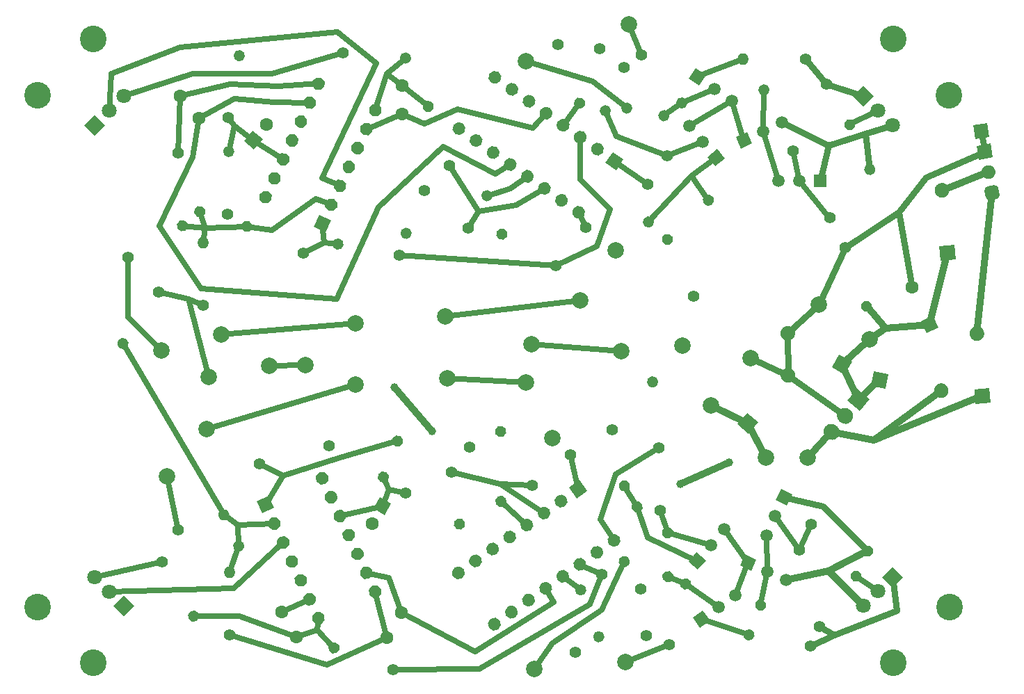
<source format=gbr>
%TF.GenerationSoftware,KiCad,Pcbnew,(5.1.7)-1*%
%TF.CreationDate,2021-03-24T00:49:07-05:00*%
%TF.ProjectId,duber,64756265-722e-46b6-9963-61645f706362,rev?*%
%TF.SameCoordinates,Original*%
%TF.FileFunction,Copper,L1,Top*%
%TF.FilePolarity,Positive*%
%FSLAX46Y46*%
G04 Gerber Fmt 4.6, Leading zero omitted, Abs format (unit mm)*
G04 Created by KiCad (PCBNEW (5.1.7)-1) date 2021-03-24 00:49:07*
%MOMM*%
%LPD*%
G01*
G04 APERTURE LIST*
%TA.AperFunction,ComponentPad*%
%ADD10C,0.100000*%
%TD*%
%TA.AperFunction,ComponentPad*%
%ADD11C,3.240000*%
%TD*%
%TA.AperFunction,ComponentPad*%
%ADD12C,1.800000*%
%TD*%
%TA.AperFunction,ComponentPad*%
%ADD13C,1.500000*%
%TD*%
%TA.AperFunction,ComponentPad*%
%ADD14R,1.500000X1.500000*%
%TD*%
%TA.AperFunction,ComponentPad*%
%ADD15C,1.400000*%
%TD*%
%TA.AperFunction,ComponentPad*%
%ADD16O,1.400000X1.400000*%
%TD*%
%TA.AperFunction,ComponentPad*%
%ADD17C,2.000000*%
%TD*%
%TA.AperFunction,ComponentPad*%
%ADD18C,1.600000*%
%TD*%
%TA.AperFunction,ViaPad*%
%ADD19C,1.000000*%
%TD*%
%TA.AperFunction,Conductor*%
%ADD20C,0.635000*%
%TD*%
%TA.AperFunction,Conductor*%
%ADD21C,0.735000*%
%TD*%
%TA.AperFunction,Conductor*%
%ADD22C,0.835000*%
%TD*%
G04 APERTURE END LIST*
%TO.P,D3,2*%
%TO.N,GND*%
%TA.AperFunction,ComponentPad*%
G36*
G01*
X194399507Y-93470865D02*
X194399507Y-93470865D01*
G75*
G02*
X193170084Y-93800288I-779423J450000D01*
G01*
X193170084Y-93800288D01*
G75*
G02*
X192840661Y-92570865I450000J779423D01*
G01*
X192840661Y-92570865D01*
G75*
G02*
X194070084Y-92241442I779423J-450000D01*
G01*
X194070084Y-92241442D01*
G75*
G02*
X194399507Y-93470865I-450000J-779423D01*
G01*
G37*
%TD.AperFunction*%
%TA.AperFunction,ComponentPad*%
D10*
%TO.P,D3,1*%
%TO.N,Net-(C6-Pad1)*%
G36*
X201448621Y-96501442D02*
G01*
X200548621Y-98060288D01*
X198989775Y-97160288D01*
X199889775Y-95601442D01*
X201448621Y-96501442D01*
G37*
%TD.AperFunction*%
%TD*%
%TA.AperFunction,ComponentPad*%
%TO.P,D5,1*%
%TO.N,+9V*%
G36*
X188855827Y-105239793D02*
G01*
X187476947Y-104082775D01*
X188633965Y-102703895D01*
X190012845Y-103860913D01*
X188855827Y-105239793D01*
G37*
%TD.AperFunction*%
%TO.P,D5,2*%
%TO.N,GND*%
%TA.AperFunction,ComponentPad*%
G36*
G01*
X193064429Y-98824025D02*
X193064429Y-98824025D01*
G75*
G02*
X192953498Y-97556076I578509J689440D01*
G01*
X192953498Y-97556076D01*
G75*
G02*
X194221447Y-97445145I689440J-578509D01*
G01*
X194221447Y-97445145D01*
G75*
G02*
X194332378Y-98713094I-578509J-689440D01*
G01*
X194332378Y-98713094D01*
G75*
G02*
X193064429Y-98824025I-689440J578509D01*
G01*
G37*
%TD.AperFunction*%
%TD*%
%TA.AperFunction,ComponentPad*%
%TO.P,1N4001,1*%
%TO.N,Net-(C6-Pad1)*%
G36*
X214031319Y-84012696D02*
G01*
X212238169Y-84169576D01*
X212081289Y-82376426D01*
X213874439Y-82219546D01*
X214031319Y-84012696D01*
G37*
%TD.AperFunction*%
%TO.P,1N4001,2*%
%TO.N,Net-(D1-Pad2)*%
%TA.AperFunction,ComponentPad*%
G36*
G01*
X212470617Y-76500132D02*
X212470617Y-76500132D01*
G75*
G02*
X211495602Y-75681997I-78440J896575D01*
G01*
X211495602Y-75681997D01*
G75*
G02*
X212313737Y-74706982I896575J78440D01*
G01*
X212313737Y-74706982D01*
G75*
G02*
X213288752Y-75525117I78440J-896575D01*
G01*
X213288752Y-75525117D01*
G75*
G02*
X212470617Y-76500132I-896575J-78440D01*
G01*
G37*
%TD.AperFunction*%
%TD*%
%TO.P,1N914,2*%
%TO.N,Net-(D2-Pad2)*%
%TA.AperFunction,ComponentPad*%
G36*
G01*
X216714924Y-93948191D02*
X216714924Y-93948191D01*
G75*
G02*
X215739909Y-93130056I-78440J896575D01*
G01*
X215739909Y-93130056D01*
G75*
G02*
X216558044Y-92155041I896575J78440D01*
G01*
X216558044Y-92155041D01*
G75*
G02*
X217533059Y-92973176I78440J-896575D01*
G01*
X217533059Y-92973176D01*
G75*
G02*
X216714924Y-93948191I-896575J-78440D01*
G01*
G37*
%TD.AperFunction*%
%TA.AperFunction,ComponentPad*%
%TO.P,1N914,1*%
%TO.N,Net-(D2-Pad1)*%
G36*
X218275626Y-101460755D02*
G01*
X216482476Y-101617635D01*
X216325596Y-99824485D01*
X218118746Y-99667605D01*
X218275626Y-101460755D01*
G37*
%TD.AperFunction*%
%TD*%
%TA.AperFunction,ComponentPad*%
%TO.P,1N4001,1*%
%TO.N,Net-(C6-Pad1)*%
G36*
X203748039Y-99415257D02*
G01*
X204060605Y-97642603D01*
X205833259Y-97955169D01*
X205520693Y-99727823D01*
X203748039Y-99415257D01*
G37*
%TD.AperFunction*%
%TO.P,1N4001,2*%
%TO.N,Net-(D2-Pad1)*%
%TA.AperFunction,ComponentPad*%
G36*
G01*
X211408557Y-99852129D02*
X211408557Y-99852129D01*
G75*
G02*
X212451167Y-99122085I886327J-156283D01*
G01*
X212451167Y-99122085D01*
G75*
G02*
X213181211Y-100164695I-156283J-886327D01*
G01*
X213181211Y-100164695D01*
G75*
G02*
X212138601Y-100894739I-886327J156283D01*
G01*
X212138601Y-100894739D01*
G75*
G02*
X211408557Y-99852129I156283J886327D01*
G01*
G37*
%TD.AperFunction*%
%TD*%
D11*
%TO.P,FREQ.,*%
%TO.N,*%
X206476955Y-57210354D03*
X213265180Y-63998579D03*
D12*
%TO.P,FREQ.,3*%
%TO.N,+9V*%
X206335534Y-67675534D03*
%TO.P,FREQ.,2*%
%TO.N,Net-(R32-Pad2)*%
X204567767Y-65907767D03*
%TA.AperFunction,ComponentPad*%
D10*
%TO.P,FREQ.,1*%
%TO.N,GND*%
G36*
X204072792Y-64140000D02*
G01*
X202800000Y-65412792D01*
X201527208Y-64140000D01*
X202800000Y-62867208D01*
X204072792Y-64140000D01*
G37*
%TD.AperFunction*%
%TD*%
%TA.AperFunction,ComponentPad*%
%TO.P,FREQ.,1*%
%TO.N,GND*%
G36*
X206340000Y-123942792D02*
G01*
X205067208Y-122670000D01*
X206340000Y-121397208D01*
X207612792Y-122670000D01*
X206340000Y-123942792D01*
G37*
%TD.AperFunction*%
D12*
%TO.P,FREQ.,2*%
%TO.N,Net-(R33-Pad2)*%
X204572233Y-124437767D03*
%TO.P,FREQ.,3*%
%TO.N,+9V*%
X202804466Y-126205534D03*
D11*
%TO.P,FREQ.,*%
%TO.N,*%
X206481421Y-133135180D03*
X213269646Y-126346955D03*
%TD*%
%TO.P,RES.,*%
%TO.N,*%
X109118579Y-133145180D03*
X102330354Y-126356955D03*
D12*
%TO.P,RES.,3*%
%TO.N,Net-(R21-Pad1)*%
X109260000Y-122680000D03*
%TO.P,RES.,2*%
%TO.N,Net-(RV2-Pad2)*%
X111027767Y-124447767D03*
%TA.AperFunction,ComponentPad*%
D10*
%TO.P,RES.,1*%
%TO.N,Mido2*%
G36*
X111522742Y-126215534D02*
G01*
X112795534Y-124942742D01*
X114068326Y-126215534D01*
X112795534Y-127488326D01*
X111522742Y-126215534D01*
G37*
%TD.AperFunction*%
%TD*%
%TA.AperFunction,ComponentPad*%
%TO.P,RES.,1*%
%TO.N,Mido1*%
G36*
X109260000Y-66407208D02*
G01*
X110532792Y-67680000D01*
X109260000Y-68952792D01*
X107987208Y-67680000D01*
X109260000Y-66407208D01*
G37*
%TD.AperFunction*%
D12*
%TO.P,RES.,2*%
%TO.N,Net-(RV1-Pad2)*%
X111027767Y-65912233D03*
%TO.P,RES.,3*%
%TO.N,Net-(R20-Pad1)*%
X112795534Y-64144466D03*
D11*
%TO.P,RES.,*%
%TO.N,*%
X109118579Y-57214820D03*
X102330354Y-64003045D03*
%TD*%
%TA.AperFunction,ComponentPad*%
D10*
%TO.P,J1,1*%
%TO.N,GND*%
G36*
X216467894Y-69372150D02*
G01*
X216172692Y-67697976D01*
X217846866Y-67402774D01*
X218142068Y-69076948D01*
X216467894Y-69372150D01*
G37*
%TD.AperFunction*%
%TA.AperFunction,ComponentPad*%
%TO.P,J1,2*%
G36*
X216908960Y-71873562D02*
G01*
X216613758Y-70199388D01*
X218287932Y-69904186D01*
X218583134Y-71578360D01*
X216908960Y-71873562D01*
G37*
%TD.AperFunction*%
%TO.P,J1,3*%
%TO.N,Net-(D1-Pad2)*%
%TA.AperFunction,ComponentPad*%
G36*
G01*
X217202426Y-73537886D02*
X217202426Y-73537886D01*
G75*
G02*
X217891912Y-72553198I837087J147601D01*
G01*
X217891912Y-72553198D01*
G75*
G02*
X218876600Y-73242684I147601J-837087D01*
G01*
X218876600Y-73242684D01*
G75*
G02*
X218187114Y-74227372I-837087J-147601D01*
G01*
X218187114Y-74227372D01*
G75*
G02*
X217202426Y-73537886I-147601J837087D01*
G01*
G37*
%TD.AperFunction*%
%TO.P,J1,4*%
%TO.N,Net-(D2-Pad2)*%
%TA.AperFunction,ComponentPad*%
G36*
G01*
X217717293Y-76457841D02*
X217569692Y-75620754D01*
G75*
G02*
X217914435Y-75128411I418543J73800D01*
G01*
X218751522Y-74980810D01*
G75*
G02*
X219243865Y-75325553I73800J-418543D01*
G01*
X219391466Y-76162640D01*
G75*
G02*
X219046723Y-76654983I-418543J-73800D01*
G01*
X218209636Y-76802584D01*
G75*
G02*
X217717293Y-76457841I-73800J418543D01*
G01*
G37*
%TD.AperFunction*%
%TD*%
%TO.P,U2,14*%
%TO.N,Mido2*%
%TA.AperFunction,ComponentPad*%
G36*
G01*
X136231019Y-111007744D02*
X136231019Y-111007744D01*
G75*
G02*
X136617970Y-109944603I725046J338095D01*
G01*
X136617970Y-109944603D01*
G75*
G02*
X137681111Y-110331554I338095J-725046D01*
G01*
X137681111Y-110331554D01*
G75*
G02*
X137294160Y-111394695I-725046J-338095D01*
G01*
X137294160Y-111394695D01*
G75*
G02*
X136231019Y-111007744I-338095J725046D01*
G01*
G37*
%TD.AperFunction*%
%TO.P,U2,7*%
%TO.N,Net-(C10-Pad1)*%
%TA.AperFunction,ComponentPad*%
G36*
G01*
X135765656Y-128040226D02*
X135765656Y-128040226D01*
G75*
G02*
X136152607Y-126977085I725046J338095D01*
G01*
X136152607Y-126977085D01*
G75*
G02*
X137215748Y-127364036I338095J-725046D01*
G01*
X137215748Y-127364036D01*
G75*
G02*
X136828797Y-128427177I-725046J-338095D01*
G01*
X136828797Y-128427177D01*
G75*
G02*
X135765656Y-128040226I-338095J725046D01*
G01*
G37*
%TD.AperFunction*%
%TO.P,U2,13*%
%TO.N,Mido2*%
%TA.AperFunction,ComponentPad*%
G36*
G01*
X137304470Y-113309766D02*
X137304470Y-113309766D01*
G75*
G02*
X137691421Y-112246625I725046J338095D01*
G01*
X137691421Y-112246625D01*
G75*
G02*
X138754562Y-112633576I338095J-725046D01*
G01*
X138754562Y-112633576D01*
G75*
G02*
X138367611Y-113696717I-725046J-338095D01*
G01*
X138367611Y-113696717D01*
G75*
G02*
X137304470Y-113309766I-338095J725046D01*
G01*
G37*
%TD.AperFunction*%
%TO.P,U2,6*%
%TO.N,Net-(C10-Pad2)*%
%TA.AperFunction,ComponentPad*%
G36*
G01*
X134692206Y-125738204D02*
X134692206Y-125738204D01*
G75*
G02*
X135079157Y-124675063I725046J338095D01*
G01*
X135079157Y-124675063D01*
G75*
G02*
X136142298Y-125062014I338095J-725046D01*
G01*
X136142298Y-125062014D01*
G75*
G02*
X135755347Y-126125155I-725046J-338095D01*
G01*
X135755347Y-126125155D01*
G75*
G02*
X134692206Y-125738204I-338095J725046D01*
G01*
G37*
%TD.AperFunction*%
%TO.P,U2,12*%
%TO.N,Net-(C2-Pad1)*%
%TA.AperFunction,ComponentPad*%
G36*
G01*
X138377920Y-115611787D02*
X138377920Y-115611787D01*
G75*
G02*
X138764871Y-114548646I725046J338095D01*
G01*
X138764871Y-114548646D01*
G75*
G02*
X139828012Y-114935597I338095J-725046D01*
G01*
X139828012Y-114935597D01*
G75*
G02*
X139441061Y-115998738I-725046J-338095D01*
G01*
X139441061Y-115998738D01*
G75*
G02*
X138377920Y-115611787I-338095J725046D01*
G01*
G37*
%TD.AperFunction*%
%TO.P,U2,5*%
%TO.N,Mido2*%
%TA.AperFunction,ComponentPad*%
G36*
G01*
X133618756Y-123436182D02*
X133618756Y-123436182D01*
G75*
G02*
X134005707Y-122373041I725046J338095D01*
G01*
X134005707Y-122373041D01*
G75*
G02*
X135068848Y-122759992I338095J-725046D01*
G01*
X135068848Y-122759992D01*
G75*
G02*
X134681897Y-123823133I-725046J-338095D01*
G01*
X134681897Y-123823133D01*
G75*
G02*
X133618756Y-123436182I-338095J725046D01*
G01*
G37*
%TD.AperFunction*%
%TO.P,U2,11*%
%TO.N,GND*%
%TA.AperFunction,ComponentPad*%
G36*
G01*
X139451370Y-117913809D02*
X139451370Y-117913809D01*
G75*
G02*
X139838321Y-116850668I725046J338095D01*
G01*
X139838321Y-116850668D01*
G75*
G02*
X140901462Y-117237619I338095J-725046D01*
G01*
X140901462Y-117237619D01*
G75*
G02*
X140514511Y-118300760I-725046J-338095D01*
G01*
X140514511Y-118300760D01*
G75*
G02*
X139451370Y-117913809I-338095J725046D01*
G01*
G37*
%TD.AperFunction*%
%TO.P,U2,4*%
%TO.N,+9V*%
%TA.AperFunction,ComponentPad*%
G36*
G01*
X132545305Y-121134160D02*
X132545305Y-121134160D01*
G75*
G02*
X132932256Y-120071019I725046J338095D01*
G01*
X132932256Y-120071019D01*
G75*
G02*
X133995397Y-120457970I338095J-725046D01*
G01*
X133995397Y-120457970D01*
G75*
G02*
X133608446Y-121521111I-725046J-338095D01*
G01*
X133608446Y-121521111D01*
G75*
G02*
X132545305Y-121134160I-338095J725046D01*
G01*
G37*
%TD.AperFunction*%
%TO.P,U2,10*%
%TO.N,Mido2*%
%TA.AperFunction,ComponentPad*%
G36*
G01*
X140524821Y-120215831D02*
X140524821Y-120215831D01*
G75*
G02*
X140911772Y-119152690I725046J338095D01*
G01*
X140911772Y-119152690D01*
G75*
G02*
X141974913Y-119539641I338095J-725046D01*
G01*
X141974913Y-119539641D01*
G75*
G02*
X141587962Y-120602782I-725046J-338095D01*
G01*
X141587962Y-120602782D01*
G75*
G02*
X140524821Y-120215831I-338095J725046D01*
G01*
G37*
%TD.AperFunction*%
%TO.P,U2,3*%
%TO.N,Net-(RV2-Pad2)*%
%TA.AperFunction,ComponentPad*%
G36*
G01*
X131471855Y-118832139D02*
X131471855Y-118832139D01*
G75*
G02*
X131858806Y-117768998I725046J338095D01*
G01*
X131858806Y-117768998D01*
G75*
G02*
X132921947Y-118155949I338095J-725046D01*
G01*
X132921947Y-118155949D01*
G75*
G02*
X132534996Y-119219090I-725046J-338095D01*
G01*
X132534996Y-119219090D01*
G75*
G02*
X131471855Y-118832139I-338095J725046D01*
G01*
G37*
%TD.AperFunction*%
%TO.P,U2,9*%
%TO.N,Net-(C11-Pad2)*%
%TA.AperFunction,ComponentPad*%
G36*
G01*
X141598271Y-122517853D02*
X141598271Y-122517853D01*
G75*
G02*
X141985222Y-121454712I725046J338095D01*
G01*
X141985222Y-121454712D01*
G75*
G02*
X143048363Y-121841663I338095J-725046D01*
G01*
X143048363Y-121841663D01*
G75*
G02*
X142661412Y-122904804I-725046J-338095D01*
G01*
X142661412Y-122904804D01*
G75*
G02*
X141598271Y-122517853I-338095J725046D01*
G01*
G37*
%TD.AperFunction*%
%TO.P,U2,2*%
%TO.N,Net-(R10-Pad2)*%
%TA.AperFunction,ComponentPad*%
G36*
G01*
X130398404Y-116530117D02*
X130398404Y-116530117D01*
G75*
G02*
X130785355Y-115466976I725046J338095D01*
G01*
X130785355Y-115466976D01*
G75*
G02*
X131848496Y-115853927I338095J-725046D01*
G01*
X131848496Y-115853927D01*
G75*
G02*
X131461545Y-116917068I-725046J-338095D01*
G01*
X131461545Y-116917068D01*
G75*
G02*
X130398404Y-116530117I-338095J725046D01*
G01*
G37*
%TD.AperFunction*%
%TO.P,U2,8*%
%TO.N,Net-(C11-Pad1)*%
%TA.AperFunction,ComponentPad*%
G36*
G01*
X142671722Y-124819875D02*
X142671722Y-124819875D01*
G75*
G02*
X143058673Y-123756734I725046J338095D01*
G01*
X143058673Y-123756734D01*
G75*
G02*
X144121814Y-124143685I338095J-725046D01*
G01*
X144121814Y-124143685D01*
G75*
G02*
X143734863Y-125206826I-725046J-338095D01*
G01*
X143734863Y-125206826D01*
G75*
G02*
X142671722Y-124819875I-338095J725046D01*
G01*
G37*
%TD.AperFunction*%
%TA.AperFunction,ComponentPad*%
%TO.P,U2,1*%
%TO.N,Net-(R12-Pad1)*%
G36*
X129663048Y-114953141D02*
G01*
X128986859Y-113503048D01*
X130436952Y-112826859D01*
X131113141Y-114276952D01*
X129663048Y-114953141D01*
G37*
%TD.AperFunction*%
%TD*%
%TA.AperFunction,ComponentPad*%
%TO.P,U1,1*%
%TO.N,Net-(R11-Pad1)*%
G36*
X138033141Y-79283048D02*
G01*
X137356952Y-80733141D01*
X135906859Y-80056952D01*
X136583048Y-78606859D01*
X138033141Y-79283048D01*
G37*
%TD.AperFunction*%
%TO.P,U1,8*%
%TO.N,Net-(C12-Pad1)*%
%TA.AperFunction,ComponentPad*%
G36*
G01*
X137229683Y-62975613D02*
X137229683Y-62975613D01*
G75*
G02*
X136166542Y-63362564I-725046J338095D01*
G01*
X136166542Y-63362564D01*
G75*
G02*
X135779591Y-62299423I338095J725046D01*
G01*
X135779591Y-62299423D01*
G75*
G02*
X136842732Y-61912472I725046J-338095D01*
G01*
X136842732Y-61912472D01*
G75*
G02*
X137229683Y-62975613I-338095J-725046D01*
G01*
G37*
%TD.AperFunction*%
%TO.P,U1,2*%
%TO.N,Net-(R11-Pad2)*%
%TA.AperFunction,ComponentPad*%
G36*
G01*
X138768496Y-77706073D02*
X138768496Y-77706073D01*
G75*
G02*
X137705355Y-78093024I-725046J338095D01*
G01*
X137705355Y-78093024D01*
G75*
G02*
X137318404Y-77029883I338095J725046D01*
G01*
X137318404Y-77029883D01*
G75*
G02*
X138381545Y-76642932I725046J-338095D01*
G01*
X138381545Y-76642932D01*
G75*
G02*
X138768496Y-77706073I-338095J-725046D01*
G01*
G37*
%TD.AperFunction*%
%TO.P,U1,9*%
%TO.N,Net-(C12-Pad2)*%
%TA.AperFunction,ComponentPad*%
G36*
G01*
X136156233Y-65277635D02*
X136156233Y-65277635D01*
G75*
G02*
X135093092Y-65664586I-725046J338095D01*
G01*
X135093092Y-65664586D01*
G75*
G02*
X134706141Y-64601445I338095J725046D01*
G01*
X134706141Y-64601445D01*
G75*
G02*
X135769282Y-64214494I725046J-338095D01*
G01*
X135769282Y-64214494D01*
G75*
G02*
X136156233Y-65277635I-338095J-725046D01*
G01*
G37*
%TD.AperFunction*%
%TO.P,U1,3*%
%TO.N,Net-(RV1-Pad2)*%
%TA.AperFunction,ComponentPad*%
G36*
G01*
X139841947Y-75404051D02*
X139841947Y-75404051D01*
G75*
G02*
X138778806Y-75791002I-725046J338095D01*
G01*
X138778806Y-75791002D01*
G75*
G02*
X138391855Y-74727861I338095J725046D01*
G01*
X138391855Y-74727861D01*
G75*
G02*
X139454996Y-74340910I725046J-338095D01*
G01*
X139454996Y-74340910D01*
G75*
G02*
X139841947Y-75404051I-338095J-725046D01*
G01*
G37*
%TD.AperFunction*%
%TO.P,U1,10*%
%TO.N,Mido1*%
%TA.AperFunction,ComponentPad*%
G36*
G01*
X135082782Y-67579657D02*
X135082782Y-67579657D01*
G75*
G02*
X134019641Y-67966608I-725046J338095D01*
G01*
X134019641Y-67966608D01*
G75*
G02*
X133632690Y-66903467I338095J725046D01*
G01*
X133632690Y-66903467D01*
G75*
G02*
X134695831Y-66516516I725046J-338095D01*
G01*
X134695831Y-66516516D01*
G75*
G02*
X135082782Y-67579657I-338095J-725046D01*
G01*
G37*
%TD.AperFunction*%
%TO.P,U1,4*%
%TO.N,+9V*%
%TA.AperFunction,ComponentPad*%
G36*
G01*
X140915397Y-73102030D02*
X140915397Y-73102030D01*
G75*
G02*
X139852256Y-73488981I-725046J338095D01*
G01*
X139852256Y-73488981D01*
G75*
G02*
X139465305Y-72425840I338095J725046D01*
G01*
X139465305Y-72425840D01*
G75*
G02*
X140528446Y-72038889I725046J-338095D01*
G01*
X140528446Y-72038889D01*
G75*
G02*
X140915397Y-73102030I-338095J-725046D01*
G01*
G37*
%TD.AperFunction*%
%TO.P,U1,11*%
%TO.N,GND*%
%TA.AperFunction,ComponentPad*%
G36*
G01*
X134009332Y-69881679D02*
X134009332Y-69881679D01*
G75*
G02*
X132946191Y-70268630I-725046J338095D01*
G01*
X132946191Y-70268630D01*
G75*
G02*
X132559240Y-69205489I338095J725046D01*
G01*
X132559240Y-69205489D01*
G75*
G02*
X133622381Y-68818538I725046J-338095D01*
G01*
X133622381Y-68818538D01*
G75*
G02*
X134009332Y-69881679I-338095J-725046D01*
G01*
G37*
%TD.AperFunction*%
%TO.P,U1,5*%
%TO.N,Mido1*%
%TA.AperFunction,ComponentPad*%
G36*
G01*
X141988848Y-70800008D02*
X141988848Y-70800008D01*
G75*
G02*
X140925707Y-71186959I-725046J338095D01*
G01*
X140925707Y-71186959D01*
G75*
G02*
X140538756Y-70123818I338095J725046D01*
G01*
X140538756Y-70123818D01*
G75*
G02*
X141601897Y-69736867I725046J-338095D01*
G01*
X141601897Y-69736867D01*
G75*
G02*
X141988848Y-70800008I-338095J-725046D01*
G01*
G37*
%TD.AperFunction*%
%TO.P,U1,12*%
%TO.N,Net-(C1-Pad1)*%
%TA.AperFunction,ComponentPad*%
G36*
G01*
X132935881Y-72183700D02*
X132935881Y-72183700D01*
G75*
G02*
X131872740Y-72570651I-725046J338095D01*
G01*
X131872740Y-72570651D01*
G75*
G02*
X131485789Y-71507510I338095J725046D01*
G01*
X131485789Y-71507510D01*
G75*
G02*
X132548930Y-71120559I725046J-338095D01*
G01*
X132548930Y-71120559D01*
G75*
G02*
X132935881Y-72183700I-338095J-725046D01*
G01*
G37*
%TD.AperFunction*%
%TO.P,U1,6*%
%TO.N,Net-(C9-Pad2)*%
%TA.AperFunction,ComponentPad*%
G36*
G01*
X143062298Y-68497986D02*
X143062298Y-68497986D01*
G75*
G02*
X141999157Y-68884937I-725046J338095D01*
G01*
X141999157Y-68884937D01*
G75*
G02*
X141612206Y-67821796I338095J725046D01*
G01*
X141612206Y-67821796D01*
G75*
G02*
X142675347Y-67434845I725046J-338095D01*
G01*
X142675347Y-67434845D01*
G75*
G02*
X143062298Y-68497986I-338095J-725046D01*
G01*
G37*
%TD.AperFunction*%
%TO.P,U1,13*%
%TO.N,Mido1*%
%TA.AperFunction,ComponentPad*%
G36*
G01*
X131862431Y-74485722D02*
X131862431Y-74485722D01*
G75*
G02*
X130799290Y-74872673I-725046J338095D01*
G01*
X130799290Y-74872673D01*
G75*
G02*
X130412339Y-73809532I338095J725046D01*
G01*
X130412339Y-73809532D01*
G75*
G02*
X131475480Y-73422581I725046J-338095D01*
G01*
X131475480Y-73422581D01*
G75*
G02*
X131862431Y-74485722I-338095J-725046D01*
G01*
G37*
%TD.AperFunction*%
%TO.P,U1,7*%
%TO.N,Net-(C13-Pad2)*%
%TA.AperFunction,ComponentPad*%
G36*
G01*
X144135748Y-66195964D02*
X144135748Y-66195964D01*
G75*
G02*
X143072607Y-66582915I-725046J338095D01*
G01*
X143072607Y-66582915D01*
G75*
G02*
X142685656Y-65519774I338095J725046D01*
G01*
X142685656Y-65519774D01*
G75*
G02*
X143748797Y-65132823I725046J-338095D01*
G01*
X143748797Y-65132823D01*
G75*
G02*
X144135748Y-66195964I-338095J-725046D01*
G01*
G37*
%TD.AperFunction*%
%TO.P,U1,14*%
%TO.N,Mido1*%
%TA.AperFunction,ComponentPad*%
G36*
G01*
X130788981Y-76787744D02*
X130788981Y-76787744D01*
G75*
G02*
X129725840Y-77174695I-725046J338095D01*
G01*
X129725840Y-77174695D01*
G75*
G02*
X129338889Y-76111554I338095J725046D01*
G01*
X129338889Y-76111554D01*
G75*
G02*
X130402030Y-75724603I725046J-338095D01*
G01*
X130402030Y-75724603D01*
G75*
G02*
X130788981Y-76787744I-338095J-725046D01*
G01*
G37*
%TD.AperFunction*%
%TD*%
%TO.P,U4,16*%
%TO.N,Net-(R31-Pad1)*%
%TA.AperFunction,ComponentPad*%
G36*
G01*
X172011791Y-117576617D02*
X172011791Y-117576617D01*
G75*
G02*
X173125974Y-117773078I458861J-655322D01*
G01*
X173125974Y-117773078D01*
G75*
G02*
X172929513Y-118887261I-655322J-458861D01*
G01*
X172929513Y-118887261D01*
G75*
G02*
X171815330Y-118690800I-458861J655322D01*
G01*
X171815330Y-118690800D01*
G75*
G02*
X172011791Y-117576617I655322J458861D01*
G01*
G37*
%TD.AperFunction*%
%TO.P,U4,8*%
%TO.N,N/C*%
%TA.AperFunction,ComponentPad*%
G36*
G01*
X153076616Y-121532867D02*
X153076616Y-121532867D01*
G75*
G02*
X154190799Y-121729328I458861J-655322D01*
G01*
X154190799Y-121729328D01*
G75*
G02*
X153994338Y-122843511I-655322J-458861D01*
G01*
X153994338Y-122843511D01*
G75*
G02*
X152880155Y-122647050I-458861J655322D01*
G01*
X152880155Y-122647050D01*
G75*
G02*
X153076616Y-121532867I655322J458861D01*
G01*
G37*
%TD.AperFunction*%
%TO.P,U4,15*%
%TO.N,Net-(U4-Pad15)*%
%TA.AperFunction,ComponentPad*%
G36*
G01*
X169931145Y-119033501D02*
X169931145Y-119033501D01*
G75*
G02*
X171045328Y-119229962I458861J-655322D01*
G01*
X171045328Y-119229962D01*
G75*
G02*
X170848867Y-120344145I-655322J-458861D01*
G01*
X170848867Y-120344145D01*
G75*
G02*
X169734684Y-120147684I-458861J655322D01*
G01*
X169734684Y-120147684D01*
G75*
G02*
X169931145Y-119033501I655322J458861D01*
G01*
G37*
%TD.AperFunction*%
%TO.P,U4,7*%
%TO.N,N/C*%
%TA.AperFunction,ComponentPad*%
G36*
G01*
X155157262Y-120075983D02*
X155157262Y-120075983D01*
G75*
G02*
X156271445Y-120272444I458861J-655322D01*
G01*
X156271445Y-120272444D01*
G75*
G02*
X156074984Y-121386627I-655322J-458861D01*
G01*
X156074984Y-121386627D01*
G75*
G02*
X154960801Y-121190166I-458861J655322D01*
G01*
X154960801Y-121190166D01*
G75*
G02*
X155157262Y-120075983I655322J458861D01*
G01*
G37*
%TD.AperFunction*%
%TO.P,U4,14*%
%TO.N,Net-(R25-Pad1)*%
%TA.AperFunction,ComponentPad*%
G36*
G01*
X167850499Y-120490385D02*
X167850499Y-120490385D01*
G75*
G02*
X168964682Y-120686846I458861J-655322D01*
G01*
X168964682Y-120686846D01*
G75*
G02*
X168768221Y-121801029I-655322J-458861D01*
G01*
X168768221Y-121801029D01*
G75*
G02*
X167654038Y-121604568I-458861J655322D01*
G01*
X167654038Y-121604568D01*
G75*
G02*
X167850499Y-120490385I655322J458861D01*
G01*
G37*
%TD.AperFunction*%
%TO.P,U4,6*%
%TO.N,GND*%
%TA.AperFunction,ComponentPad*%
G36*
G01*
X157237908Y-118619099D02*
X157237908Y-118619099D01*
G75*
G02*
X158352091Y-118815560I458861J-655322D01*
G01*
X158352091Y-118815560D01*
G75*
G02*
X158155630Y-119929743I-655322J-458861D01*
G01*
X158155630Y-119929743D01*
G75*
G02*
X157041447Y-119733282I-458861J655322D01*
G01*
X157041447Y-119733282D01*
G75*
G02*
X157237908Y-118619099I655322J458861D01*
G01*
G37*
%TD.AperFunction*%
%TO.P,U4,13*%
%TO.N,Net-(R27-Pad2)*%
%TA.AperFunction,ComponentPad*%
G36*
G01*
X165769853Y-121947269D02*
X165769853Y-121947269D01*
G75*
G02*
X166884036Y-122143730I458861J-655322D01*
G01*
X166884036Y-122143730D01*
G75*
G02*
X166687575Y-123257913I-655322J-458861D01*
G01*
X166687575Y-123257913D01*
G75*
G02*
X165573392Y-123061452I-458861J655322D01*
G01*
X165573392Y-123061452D01*
G75*
G02*
X165769853Y-121947269I655322J458861D01*
G01*
G37*
%TD.AperFunction*%
%TO.P,U4,5*%
%TO.N,Net-(C10-Pad2)*%
%TA.AperFunction,ComponentPad*%
G36*
G01*
X159318554Y-117162215D02*
X159318554Y-117162215D01*
G75*
G02*
X160432737Y-117358676I458861J-655322D01*
G01*
X160432737Y-117358676D01*
G75*
G02*
X160236276Y-118472859I-655322J-458861D01*
G01*
X160236276Y-118472859D01*
G75*
G02*
X159122093Y-118276398I-458861J655322D01*
G01*
X159122093Y-118276398D01*
G75*
G02*
X159318554Y-117162215I655322J458861D01*
G01*
G37*
%TD.AperFunction*%
%TO.P,U4,12*%
%TO.N,Net-(C11-Pad2)*%
%TA.AperFunction,ComponentPad*%
G36*
G01*
X163689207Y-123404153D02*
X163689207Y-123404153D01*
G75*
G02*
X164803390Y-123600614I458861J-655322D01*
G01*
X164803390Y-123600614D01*
G75*
G02*
X164606929Y-124714797I-655322J-458861D01*
G01*
X164606929Y-124714797D01*
G75*
G02*
X163492746Y-124518336I-458861J655322D01*
G01*
X163492746Y-124518336D01*
G75*
G02*
X163689207Y-123404153I655322J458861D01*
G01*
G37*
%TD.AperFunction*%
%TO.P,U4,4*%
%TO.N,Net-(R19-Pad2)*%
%TA.AperFunction,ComponentPad*%
G36*
G01*
X161399200Y-115705330D02*
X161399200Y-115705330D01*
G75*
G02*
X162513383Y-115901791I458861J-655322D01*
G01*
X162513383Y-115901791D01*
G75*
G02*
X162316922Y-117015974I-655322J-458861D01*
G01*
X162316922Y-117015974D01*
G75*
G02*
X161202739Y-116819513I-458861J655322D01*
G01*
X161202739Y-116819513D01*
G75*
G02*
X161399200Y-115705330I655322J458861D01*
G01*
G37*
%TD.AperFunction*%
%TO.P,U4,11*%
%TO.N,+9V*%
%TA.AperFunction,ComponentPad*%
G36*
G01*
X161608560Y-124861037D02*
X161608560Y-124861037D01*
G75*
G02*
X162722743Y-125057498I458861J-655322D01*
G01*
X162722743Y-125057498D01*
G75*
G02*
X162526282Y-126171681I-655322J-458861D01*
G01*
X162526282Y-126171681D01*
G75*
G02*
X161412099Y-125975220I-458861J655322D01*
G01*
X161412099Y-125975220D01*
G75*
G02*
X161608560Y-124861037I655322J458861D01*
G01*
G37*
%TD.AperFunction*%
%TO.P,U4,3*%
%TO.N,Net-(R15-Pad1)*%
%TA.AperFunction,ComponentPad*%
G36*
G01*
X163479847Y-114248446D02*
X163479847Y-114248446D01*
G75*
G02*
X164594030Y-114444907I458861J-655322D01*
G01*
X164594030Y-114444907D01*
G75*
G02*
X164397569Y-115559090I-655322J-458861D01*
G01*
X164397569Y-115559090D01*
G75*
G02*
X163283386Y-115362629I-458861J655322D01*
G01*
X163283386Y-115362629D01*
G75*
G02*
X163479847Y-114248446I655322J458861D01*
G01*
G37*
%TD.AperFunction*%
%TO.P,U4,10*%
%TO.N,N/C*%
%TA.AperFunction,ComponentPad*%
G36*
G01*
X159527914Y-126317921D02*
X159527914Y-126317921D01*
G75*
G02*
X160642097Y-126514382I458861J-655322D01*
G01*
X160642097Y-126514382D01*
G75*
G02*
X160445636Y-127628565I-655322J-458861D01*
G01*
X160445636Y-127628565D01*
G75*
G02*
X159331453Y-127432104I-458861J655322D01*
G01*
X159331453Y-127432104D01*
G75*
G02*
X159527914Y-126317921I655322J458861D01*
G01*
G37*
%TD.AperFunction*%
%TO.P,U4,2*%
%TO.N,Net-(U4-Pad2)*%
%TA.AperFunction,ComponentPad*%
G36*
G01*
X165560493Y-112791562D02*
X165560493Y-112791562D01*
G75*
G02*
X166674676Y-112988023I458861J-655322D01*
G01*
X166674676Y-112988023D01*
G75*
G02*
X166478215Y-114102206I-655322J-458861D01*
G01*
X166478215Y-114102206D01*
G75*
G02*
X165364032Y-113905745I-458861J655322D01*
G01*
X165364032Y-113905745D01*
G75*
G02*
X165560493Y-112791562I655322J458861D01*
G01*
G37*
%TD.AperFunction*%
%TO.P,U4,9*%
%TO.N,N/C*%
%TA.AperFunction,ComponentPad*%
G36*
G01*
X157447268Y-127774806D02*
X157447268Y-127774806D01*
G75*
G02*
X158561451Y-127971267I458861J-655322D01*
G01*
X158561451Y-127971267D01*
G75*
G02*
X158364990Y-129085450I-655322J-458861D01*
G01*
X158364990Y-129085450D01*
G75*
G02*
X157250807Y-128888989I-458861J655322D01*
G01*
X157250807Y-128888989D01*
G75*
G02*
X157447268Y-127774806I655322J458861D01*
G01*
G37*
%TD.AperFunction*%
%TA.AperFunction,ComponentPad*%
%TO.P,U4,1*%
%TO.N,Net-(R23-Pad1)*%
G36*
X166985817Y-111793540D02*
G01*
X168296460Y-110875817D01*
X169214183Y-112186460D01*
X167903540Y-113104183D01*
X166985817Y-111793540D01*
G37*
%TD.AperFunction*%
%TD*%
%TA.AperFunction,ComponentPad*%
%TO.P,U3,1*%
%TO.N,Net-(R22-Pad1)*%
G36*
X172333540Y-70935817D02*
G01*
X173644183Y-71853540D01*
X172726460Y-73164183D01*
X171415817Y-72246460D01*
X172333540Y-70935817D01*
G37*
%TD.AperFunction*%
%TO.P,U3,9*%
%TO.N,N/C*%
%TA.AperFunction,ComponentPad*%
G36*
G01*
X154053685Y-67438428D02*
X154053685Y-67438428D01*
G75*
G02*
X154250146Y-68552611I-458861J-655322D01*
G01*
X154250146Y-68552611D01*
G75*
G02*
X153135963Y-68749072I-655322J458861D01*
G01*
X153135963Y-68749072D01*
G75*
G02*
X152939502Y-67634889I458861J655322D01*
G01*
X152939502Y-67634889D01*
G75*
G02*
X154053685Y-67438428I655322J-458861D01*
G01*
G37*
%TD.AperFunction*%
%TO.P,U3,2*%
%TO.N,Net-(U3-Pad2)*%
%TA.AperFunction,ComponentPad*%
G36*
G01*
X170908215Y-69937794D02*
X170908215Y-69937794D01*
G75*
G02*
X171104676Y-71051977I-458861J-655322D01*
G01*
X171104676Y-71051977D01*
G75*
G02*
X169990493Y-71248438I-655322J458861D01*
G01*
X169990493Y-71248438D01*
G75*
G02*
X169794032Y-70134255I458861J655322D01*
G01*
X169794032Y-70134255D01*
G75*
G02*
X170908215Y-69937794I655322J-458861D01*
G01*
G37*
%TD.AperFunction*%
%TO.P,U3,10*%
%TO.N,N/C*%
%TA.AperFunction,ComponentPad*%
G36*
G01*
X156134331Y-68895312D02*
X156134331Y-68895312D01*
G75*
G02*
X156330792Y-70009495I-458861J-655322D01*
G01*
X156330792Y-70009495D01*
G75*
G02*
X155216609Y-70205956I-655322J458861D01*
G01*
X155216609Y-70205956D01*
G75*
G02*
X155020148Y-69091773I458861J655322D01*
G01*
X155020148Y-69091773D01*
G75*
G02*
X156134331Y-68895312I655322J-458861D01*
G01*
G37*
%TD.AperFunction*%
%TO.P,U3,3*%
%TO.N,Net-(R14-Pad1)*%
%TA.AperFunction,ComponentPad*%
G36*
G01*
X168827569Y-68480910D02*
X168827569Y-68480910D01*
G75*
G02*
X169024030Y-69595093I-458861J-655322D01*
G01*
X169024030Y-69595093D01*
G75*
G02*
X167909847Y-69791554I-655322J458861D01*
G01*
X167909847Y-69791554D01*
G75*
G02*
X167713386Y-68677371I458861J655322D01*
G01*
X167713386Y-68677371D01*
G75*
G02*
X168827569Y-68480910I655322J-458861D01*
G01*
G37*
%TD.AperFunction*%
%TO.P,U3,11*%
%TO.N,+9V*%
%TA.AperFunction,ComponentPad*%
G36*
G01*
X158214978Y-70352196D02*
X158214978Y-70352196D01*
G75*
G02*
X158411439Y-71466379I-458861J-655322D01*
G01*
X158411439Y-71466379D01*
G75*
G02*
X157297256Y-71662840I-655322J458861D01*
G01*
X157297256Y-71662840D01*
G75*
G02*
X157100795Y-70548657I458861J655322D01*
G01*
X157100795Y-70548657D01*
G75*
G02*
X158214978Y-70352196I655322J-458861D01*
G01*
G37*
%TD.AperFunction*%
%TO.P,U3,4*%
%TO.N,Net-(R17-Pad2)*%
%TA.AperFunction,ComponentPad*%
G36*
G01*
X166746922Y-67024026D02*
X166746922Y-67024026D01*
G75*
G02*
X166943383Y-68138209I-458861J-655322D01*
G01*
X166943383Y-68138209D01*
G75*
G02*
X165829200Y-68334670I-655322J458861D01*
G01*
X165829200Y-68334670D01*
G75*
G02*
X165632739Y-67220487I458861J655322D01*
G01*
X165632739Y-67220487D01*
G75*
G02*
X166746922Y-67024026I655322J-458861D01*
G01*
G37*
%TD.AperFunction*%
%TO.P,U3,12*%
%TO.N,Net-(C12-Pad2)*%
%TA.AperFunction,ComponentPad*%
G36*
G01*
X160295624Y-71809080D02*
X160295624Y-71809080D01*
G75*
G02*
X160492085Y-72923263I-458861J-655322D01*
G01*
X160492085Y-72923263D01*
G75*
G02*
X159377902Y-73119724I-655322J458861D01*
G01*
X159377902Y-73119724D01*
G75*
G02*
X159181441Y-72005541I458861J655322D01*
G01*
X159181441Y-72005541D01*
G75*
G02*
X160295624Y-71809080I655322J-458861D01*
G01*
G37*
%TD.AperFunction*%
%TO.P,U3,5*%
%TO.N,Net-(C9-Pad2)*%
%TA.AperFunction,ComponentPad*%
G36*
G01*
X164666276Y-65567141D02*
X164666276Y-65567141D01*
G75*
G02*
X164862737Y-66681324I-458861J-655322D01*
G01*
X164862737Y-66681324D01*
G75*
G02*
X163748554Y-66877785I-655322J458861D01*
G01*
X163748554Y-66877785D01*
G75*
G02*
X163552093Y-65763602I458861J655322D01*
G01*
X163552093Y-65763602D01*
G75*
G02*
X164666276Y-65567141I655322J-458861D01*
G01*
G37*
%TD.AperFunction*%
%TO.P,U3,13*%
%TO.N,Net-(R26-Pad2)*%
%TA.AperFunction,ComponentPad*%
G36*
G01*
X162376270Y-73265964D02*
X162376270Y-73265964D01*
G75*
G02*
X162572731Y-74380147I-458861J-655322D01*
G01*
X162572731Y-74380147D01*
G75*
G02*
X161458548Y-74576608I-655322J458861D01*
G01*
X161458548Y-74576608D01*
G75*
G02*
X161262087Y-73462425I458861J655322D01*
G01*
X161262087Y-73462425D01*
G75*
G02*
X162376270Y-73265964I655322J-458861D01*
G01*
G37*
%TD.AperFunction*%
%TO.P,U3,6*%
%TO.N,GND*%
%TA.AperFunction,ComponentPad*%
G36*
G01*
X162585630Y-64110257D02*
X162585630Y-64110257D01*
G75*
G02*
X162782091Y-65224440I-458861J-655322D01*
G01*
X162782091Y-65224440D01*
G75*
G02*
X161667908Y-65420901I-655322J458861D01*
G01*
X161667908Y-65420901D01*
G75*
G02*
X161471447Y-64306718I458861J655322D01*
G01*
X161471447Y-64306718D01*
G75*
G02*
X162585630Y-64110257I655322J-458861D01*
G01*
G37*
%TD.AperFunction*%
%TO.P,U3,14*%
%TO.N,Net-(R24-Pad1)*%
%TA.AperFunction,ComponentPad*%
G36*
G01*
X164456916Y-74722848D02*
X164456916Y-74722848D01*
G75*
G02*
X164653377Y-75837031I-458861J-655322D01*
G01*
X164653377Y-75837031D01*
G75*
G02*
X163539194Y-76033492I-655322J458861D01*
G01*
X163539194Y-76033492D01*
G75*
G02*
X163342733Y-74919309I458861J655322D01*
G01*
X163342733Y-74919309D01*
G75*
G02*
X164456916Y-74722848I655322J-458861D01*
G01*
G37*
%TD.AperFunction*%
%TO.P,U3,7*%
%TO.N,N/C*%
%TA.AperFunction,ComponentPad*%
G36*
G01*
X160504984Y-62653373D02*
X160504984Y-62653373D01*
G75*
G02*
X160701445Y-63767556I-458861J-655322D01*
G01*
X160701445Y-63767556D01*
G75*
G02*
X159587262Y-63964017I-655322J458861D01*
G01*
X159587262Y-63964017D01*
G75*
G02*
X159390801Y-62849834I458861J655322D01*
G01*
X159390801Y-62849834D01*
G75*
G02*
X160504984Y-62653373I655322J-458861D01*
G01*
G37*
%TD.AperFunction*%
%TO.P,U3,15*%
%TO.N,Net-(U3-Pad15)*%
%TA.AperFunction,ComponentPad*%
G36*
G01*
X166537562Y-76179732D02*
X166537562Y-76179732D01*
G75*
G02*
X166734023Y-77293915I-458861J-655322D01*
G01*
X166734023Y-77293915D01*
G75*
G02*
X165619840Y-77490376I-655322J458861D01*
G01*
X165619840Y-77490376D01*
G75*
G02*
X165423379Y-76376193I458861J655322D01*
G01*
X165423379Y-76376193D01*
G75*
G02*
X166537562Y-76179732I655322J-458861D01*
G01*
G37*
%TD.AperFunction*%
%TO.P,U3,8*%
%TO.N,N/C*%
%TA.AperFunction,ComponentPad*%
G36*
G01*
X158424338Y-61196489D02*
X158424338Y-61196489D01*
G75*
G02*
X158620799Y-62310672I-458861J-655322D01*
G01*
X158620799Y-62310672D01*
G75*
G02*
X157506616Y-62507133I-655322J458861D01*
G01*
X157506616Y-62507133D01*
G75*
G02*
X157310155Y-61392950I458861J655322D01*
G01*
X157310155Y-61392950D01*
G75*
G02*
X158424338Y-61196489I655322J-458861D01*
G01*
G37*
%TD.AperFunction*%
%TO.P,U3,16*%
%TO.N,Net-(R30-Pad1)*%
%TA.AperFunction,ComponentPad*%
G36*
G01*
X168618209Y-77636617D02*
X168618209Y-77636617D01*
G75*
G02*
X168814670Y-78750800I-458861J-655322D01*
G01*
X168814670Y-78750800D01*
G75*
G02*
X167700487Y-78947261I-655322J458861D01*
G01*
X167700487Y-78947261D01*
G75*
G02*
X167504026Y-77833078I458861J655322D01*
G01*
X167504026Y-77833078D01*
G75*
G02*
X168618209Y-77636617I655322J-458861D01*
G01*
G37*
%TD.AperFunction*%
%TD*%
D13*
%TO.P,Q4,2*%
%TO.N,Net-(Q4-Pad2)*%
X184242681Y-118794247D03*
%TO.P,Q4,3*%
%TO.N,Net-(Q4-Pad3)*%
X185875361Y-116848494D03*
%TA.AperFunction,ComponentPad*%
D10*
%TO.P,Q4,1*%
%TO.N,Net-(Q4-Pad1)*%
G36*
X183666624Y-120647557D02*
G01*
X182702443Y-121796624D01*
X181553376Y-120832443D01*
X182517557Y-119683376D01*
X183666624Y-120647557D01*
G37*
%TD.AperFunction*%
%TD*%
D13*
%TO.P,Q8,2*%
%TO.N,Net-(Q8-Pad2)*%
X185180646Y-126353116D03*
%TO.P,Q8,3*%
%TO.N,Net-(Q4-Pad3)*%
X187261292Y-124896232D03*
%TA.AperFunction,ComponentPad*%
D10*
%TO.P,Q8,1*%
%TO.N,Net-(Q8-Pad1)*%
G36*
X184144546Y-127994182D02*
G01*
X182915818Y-128854546D01*
X182055454Y-127625818D01*
X183284182Y-126765454D01*
X184144546Y-127994182D01*
G37*
%TD.AperFunction*%
%TD*%
%TA.AperFunction,ComponentPad*%
%TO.P,Q6,1*%
%TO.N,Net-(Q4-Pad3)*%
G36*
X189162767Y-121926695D02*
G01*
X187803305Y-121292767D01*
X188437233Y-119933305D01*
X189796695Y-120567233D01*
X189162767Y-121926695D01*
G37*
%TD.AperFunction*%
D13*
%TO.P,Q6,3*%
%TO.N,+9V*%
X193404044Y-123076901D03*
%TO.P,Q6,2*%
%TO.N,Net-(Q2-Pad3)*%
X191102022Y-122003450D03*
%TD*%
%TA.AperFunction,ComponentPad*%
D10*
%TO.P,Q3,1*%
%TO.N,Net-(Q3-Pad1)*%
G36*
X184992443Y-70583376D02*
G01*
X185956624Y-71732443D01*
X184807557Y-72696624D01*
X183843376Y-71547557D01*
X184992443Y-70583376D01*
G37*
%TD.AperFunction*%
D13*
%TO.P,Q3,3*%
%TO.N,Net-(Q3-Pad3)*%
X181634639Y-67748494D03*
%TO.P,Q3,2*%
%TO.N,Net-(Q3-Pad2)*%
X183267319Y-69694247D03*
%TD*%
%TA.AperFunction,ComponentPad*%
D10*
%TO.P,Q5,1*%
%TO.N,Net-(Q3-Pad3)*%
G36*
X189286695Y-69882767D02*
G01*
X187927233Y-70516695D01*
X187293305Y-69157233D01*
X188652767Y-68523305D01*
X189286695Y-69882767D01*
G37*
%TD.AperFunction*%
D13*
%TO.P,Q5,3*%
%TO.N,+9V*%
X192894044Y-67373099D03*
%TO.P,Q5,2*%
%TO.N,Net-(Q1-Pad3)*%
X190592022Y-68446550D03*
%TD*%
%TO.P,Q7,2*%
%TO.N,Net-(Q7-Pad2)*%
X184690646Y-63246884D03*
%TO.P,Q7,3*%
%TO.N,Net-(Q3-Pad3)*%
X186771292Y-64703768D03*
%TA.AperFunction,ComponentPad*%
D10*
%TO.P,Q7,1*%
%TO.N,Net-(Q7-Pad1)*%
G36*
X182794182Y-62834546D02*
G01*
X181565454Y-61974182D01*
X182425818Y-60745454D01*
X183654546Y-61605818D01*
X182794182Y-62834546D01*
G37*
%TD.AperFunction*%
%TD*%
%TA.AperFunction,ComponentPad*%
%TO.P,Q2,1*%
%TO.N,+9V*%
G36*
X192163305Y-113352767D02*
G01*
X192797233Y-111993305D01*
X194156695Y-112627233D01*
X193522767Y-113986695D01*
X192163305Y-113352767D01*
G37*
%TD.AperFunction*%
D13*
%TO.P,Q2,3*%
%TO.N,Net-(Q2-Pad3)*%
X191013099Y-117594044D03*
%TO.P,Q2,2*%
%TO.N,Net-(Q2-Pad2)*%
X192086550Y-115292022D03*
%TD*%
%TO.P,Q1,2*%
%TO.N,Net-(Q1-Pad2)*%
X195060000Y-74410000D03*
%TO.P,Q1,3*%
%TO.N,Net-(Q1-Pad3)*%
X192520000Y-74410000D03*
D14*
%TO.P,Q1,1*%
%TO.N,+9V*%
X197600000Y-74410000D03*
%TD*%
%TO.P,R40,2*%
%TO.N,Net-(Q1-Pad3)*%
%TA.AperFunction,ComponentPad*%
G36*
G01*
X191406332Y-63323118D02*
X191406332Y-63323118D01*
G75*
G02*
X190770005Y-64081463I-697336J-61009D01*
G01*
X190770005Y-64081463D01*
G75*
G02*
X190011660Y-63445136I-61009J697336D01*
G01*
X190011660Y-63445136D01*
G75*
G02*
X190647987Y-62686791I697336J61009D01*
G01*
X190647987Y-62686791D01*
G75*
G02*
X191406332Y-63323118I61009J-697336D01*
G01*
G37*
%TD.AperFunction*%
D15*
%TO.P,R40,1*%
%TO.N,GND*%
X198300000Y-62720000D03*
%TD*%
%TO.P,R41,1*%
%TO.N,GND*%
X197470000Y-128730000D03*
%TO.P,R41,2*%
%TO.N,Net-(Q2-Pad3)*%
%TA.AperFunction,ComponentPad*%
G36*
G01*
X190967327Y-126363221D02*
X190967327Y-126363221D01*
G75*
G02*
X190070128Y-126781592I-657785J239414D01*
G01*
X190070128Y-126781592D01*
G75*
G02*
X189651757Y-125884393I239414J657785D01*
G01*
X189651757Y-125884393D01*
G75*
G02*
X190548956Y-125466022I657785J-239414D01*
G01*
X190548956Y-125466022D01*
G75*
G02*
X190967327Y-126363221I-239414J-657785D01*
G01*
G37*
%TD.AperFunction*%
%TD*%
%TO.P,R13,1*%
%TO.N,GND*%
X200588449Y-82570093D03*
%TO.P,R13,2*%
%TO.N,Net-(C6-Pad1)*%
%TA.AperFunction,ComponentPad*%
G36*
G01*
X202955228Y-89072766D02*
X202955228Y-89072766D01*
G75*
G02*
X203852427Y-89491137I239414J-657785D01*
G01*
X203852427Y-89491137D01*
G75*
G02*
X203434056Y-90388336I-657785J-239414D01*
G01*
X203434056Y-90388336D01*
G75*
G02*
X202536857Y-89969965I-239414J657785D01*
G01*
X202536857Y-89969965D01*
G75*
G02*
X202955228Y-89072766I657785J239414D01*
G01*
G37*
%TD.AperFunction*%
%TD*%
%TO.P,R35,1*%
%TO.N,Net-(Q2-Pad2)*%
X196430000Y-116300000D03*
%TO.P,R35,2*%
%TO.N,+9V*%
%TA.AperFunction,ComponentPad*%
G36*
G01*
X202701650Y-119224518D02*
X202701650Y-119224518D01*
G75*
G02*
X203631898Y-118885936I634415J-295833D01*
G01*
X203631898Y-118885936D01*
G75*
G02*
X203970480Y-119816184I-295833J-634415D01*
G01*
X203970480Y-119816184D01*
G75*
G02*
X203040232Y-120154766I-634415J295833D01*
G01*
X203040232Y-120154766D01*
G75*
G02*
X202701650Y-119224518I295833J634415D01*
G01*
G37*
%TD.AperFunction*%
%TD*%
%TO.P,R43,1*%
%TO.N,GND*%
X196390000Y-131060000D03*
%TO.P,R43,2*%
%TO.N,Net-(Q8-Pad1)*%
%TA.AperFunction,ComponentPad*%
G36*
G01*
X189575130Y-129858355D02*
X189575130Y-129858355D01*
G75*
G02*
X188764211Y-130426166I-689365J121554D01*
G01*
X188764211Y-130426166D01*
G75*
G02*
X188196400Y-129615247I121554J689365D01*
G01*
X188196400Y-129615247D01*
G75*
G02*
X189007319Y-129047436I689365J-121554D01*
G01*
X189007319Y-129047436D01*
G75*
G02*
X189575130Y-129858355I-121554J-689365D01*
G01*
G37*
%TD.AperFunction*%
%TD*%
%TO.P,R45,1*%
%TO.N,Mido2*%
X176420000Y-129800000D03*
%TO.P,R45,2*%
%TO.N,Net-(Q8-Pad2)*%
%TA.AperFunction,ComponentPad*%
G36*
G01*
X178786779Y-123297327D02*
X178786779Y-123297327D01*
G75*
G02*
X178368408Y-122400128I239414J657785D01*
G01*
X178368408Y-122400128D01*
G75*
G02*
X179265607Y-121981757I657785J-239414D01*
G01*
X179265607Y-121981757D01*
G75*
G02*
X179683978Y-122878956I-239414J-657785D01*
G01*
X179683978Y-122878956D01*
G75*
G02*
X178786779Y-123297327I-657785J239414D01*
G01*
G37*
%TD.AperFunction*%
%TD*%
%TO.P,R39,2*%
%TO.N,Net-(Q4-Pad2)*%
%TA.AperFunction,ComponentPad*%
G36*
G01*
X178699137Y-117934110D02*
X178699137Y-117934110D01*
G75*
G02*
X178368685Y-117000942I301358J631810D01*
G01*
X178368685Y-117000942D01*
G75*
G02*
X179301853Y-116670490I631810J-301358D01*
G01*
X179301853Y-116670490D01*
G75*
G02*
X179632305Y-117603658I-301358J-631810D01*
G01*
X179632305Y-117603658D01*
G75*
G02*
X178699137Y-117934110I-631810J301358D01*
G01*
G37*
%TD.AperFunction*%
%TO.P,R39,1*%
%TO.N,Mido2*%
X175720000Y-124180000D03*
%TD*%
%TO.P,R34,1*%
%TO.N,Net-(Q1-Pad2)*%
X198710000Y-78910000D03*
%TO.P,R34,2*%
%TO.N,+9V*%
%TA.AperFunction,ComponentPad*%
G36*
G01*
X203158091Y-73608972D02*
X203158091Y-73608972D01*
G75*
G02*
X203071811Y-72622790I449951J536231D01*
G01*
X203071811Y-72622790D01*
G75*
G02*
X204057993Y-72536510I536231J-449951D01*
G01*
X204057993Y-72536510D01*
G75*
G02*
X204144273Y-73522692I-449951J-536231D01*
G01*
X204144273Y-73522692D01*
G75*
G02*
X203158091Y-73608972I-536231J449951D01*
G01*
G37*
%TD.AperFunction*%
%TD*%
%TO.P,R42,1*%
%TO.N,GND*%
X195760000Y-59620000D03*
D16*
%TO.P,R42,2*%
%TO.N,Net-(Q7-Pad1)*%
X188140000Y-59620000D03*
%TD*%
D15*
%TO.P,R44,1*%
%TO.N,Mido1*%
X173650000Y-60690000D03*
%TO.P,R44,2*%
%TO.N,Net-(Q7-Pad2)*%
%TA.AperFunction,ComponentPad*%
G36*
G01*
X178098091Y-65991028D02*
X178098091Y-65991028D01*
G75*
G02*
X179084273Y-66077308I449951J-536231D01*
G01*
X179084273Y-66077308D01*
G75*
G02*
X178997993Y-67063490I-536231J-449951D01*
G01*
X178997993Y-67063490D01*
G75*
G02*
X178011811Y-66977210I-449951J536231D01*
G01*
X178011811Y-66977210D01*
G75*
G02*
X178098091Y-65991028I536231J449951D01*
G01*
G37*
%TD.AperFunction*%
%TD*%
%TO.P,R38,2*%
%TO.N,Net-(Q3-Pad2)*%
%TA.AperFunction,ComponentPad*%
G36*
G01*
X171355118Y-65227668D02*
X171355118Y-65227668D01*
G75*
G02*
X172113463Y-65863995I61009J-697336D01*
G01*
X172113463Y-65863995D01*
G75*
G02*
X171477136Y-66622340I-697336J-61009D01*
G01*
X171477136Y-66622340D01*
G75*
G02*
X170718791Y-65986013I-61009J697336D01*
G01*
X170718791Y-65986013D01*
G75*
G02*
X171355118Y-65227668I697336J61009D01*
G01*
G37*
%TD.AperFunction*%
%TO.P,R38,1*%
%TO.N,Mido1*%
X170752000Y-58334000D03*
%TD*%
%TO.P,R31,2*%
%TO.N,Net-(Q4-Pad1)*%
%TA.AperFunction,ComponentPad*%
G36*
G01*
X175523221Y-113482673D02*
X175523221Y-113482673D01*
G75*
G02*
X175941592Y-114379872I-239414J-657785D01*
G01*
X175941592Y-114379872D01*
G75*
G02*
X175044393Y-114798243I-657785J239414D01*
G01*
X175044393Y-114798243D01*
G75*
G02*
X174626022Y-113901044I239414J657785D01*
G01*
X174626022Y-113901044D01*
G75*
G02*
X175523221Y-113482673I657785J-239414D01*
G01*
G37*
%TD.AperFunction*%
%TO.P,R31,1*%
%TO.N,Net-(R31-Pad1)*%
X177890000Y-106980000D03*
%TD*%
%TO.P,R49,1*%
%TO.N,Net-(C10-Pad1)*%
X172260000Y-104780000D03*
%TO.P,R49,2*%
%TO.N,Net-(C15-Pad2)*%
%TA.AperFunction,ComponentPad*%
G36*
G01*
X176708091Y-99478972D02*
X176708091Y-99478972D01*
G75*
G02*
X176621811Y-98492790I449951J536231D01*
G01*
X176621811Y-98492790D01*
G75*
G02*
X177607993Y-98406510I536231J-449951D01*
G01*
X177607993Y-98406510D01*
G75*
G02*
X177694273Y-99392692I-449951J-536231D01*
G01*
X177694273Y-99392692D01*
G75*
G02*
X176708091Y-99478972I-536231J449951D01*
G01*
G37*
%TD.AperFunction*%
%TD*%
%TO.P,R23,2*%
%TO.N,Net-(Q4-Pad1)*%
%TA.AperFunction,ComponentPad*%
G36*
G01*
X173122896Y-111250000D02*
X173122896Y-111250000D01*
G75*
G02*
X174079114Y-110993782I606218J-350000D01*
G01*
X174079114Y-110993782D01*
G75*
G02*
X174335332Y-111950000I-350000J-606218D01*
G01*
X174335332Y-111950000D01*
G75*
G02*
X173379114Y-112206218I-606218J350000D01*
G01*
X173379114Y-112206218D01*
G75*
G02*
X173122896Y-111250000I350000J606218D01*
G01*
G37*
%TD.AperFunction*%
%TO.P,R23,1*%
%TO.N,Net-(R23-Pad1)*%
X167130000Y-107790000D03*
%TD*%
%TO.P,R22,2*%
%TO.N,Net-(Q3-Pad1)*%
%TA.AperFunction,ComponentPad*%
G36*
G01*
X183278207Y-76635028D02*
X183278207Y-76635028D01*
G75*
G02*
X184135528Y-76140053I676148J-181173D01*
G01*
X184135528Y-76140053D01*
G75*
G02*
X184630503Y-76997374I-181173J-676148D01*
G01*
X184630503Y-76997374D01*
G75*
G02*
X183773182Y-77492349I-676148J181173D01*
G01*
X183773182Y-77492349D01*
G75*
G02*
X183278207Y-76635028I181173J676148D01*
G01*
G37*
%TD.AperFunction*%
%TO.P,R22,1*%
%TO.N,Net-(R22-Pad1)*%
X176594000Y-74844000D03*
%TD*%
%TO.P,R48,2*%
%TO.N,Net-(C13-Pad2)*%
%TA.AperFunction,ComponentPad*%
G36*
G01*
X179265482Y-82218350D02*
X179265482Y-82218350D01*
G75*
G02*
X178335234Y-81879768I-295833J634415D01*
G01*
X178335234Y-81879768D01*
G75*
G02*
X178673816Y-80949520I634415J295833D01*
G01*
X178673816Y-80949520D01*
G75*
G02*
X179604064Y-81288102I295833J-634415D01*
G01*
X179604064Y-81288102D01*
G75*
G02*
X179265482Y-82218350I-634415J-295833D01*
G01*
G37*
%TD.AperFunction*%
%TO.P,R48,1*%
%TO.N,Net-(C15-Pad2)*%
X182190000Y-88490000D03*
%TD*%
%TO.P,R30,1*%
%TO.N,Net-(R30-Pad1)*%
X169070000Y-80130000D03*
%TO.P,R30,2*%
%TO.N,Net-(Q3-Pad1)*%
%TA.AperFunction,ComponentPad*%
G36*
G01*
X175963668Y-79526882D02*
X175963668Y-79526882D01*
G75*
G02*
X176599995Y-78768537I697336J61009D01*
G01*
X176599995Y-78768537D01*
G75*
G02*
X177358340Y-79404864I61009J-697336D01*
G01*
X177358340Y-79404864D01*
G75*
G02*
X176722013Y-80163209I-697336J-61009D01*
G01*
X176722013Y-80163209D01*
G75*
G02*
X175963668Y-79526882I-61009J697336D01*
G01*
G37*
%TD.AperFunction*%
%TD*%
%TO.P,R33,2*%
%TO.N,Net-(R33-Pad2)*%
%TA.AperFunction,ComponentPad*%
G36*
G01*
X201291650Y-122294518D02*
X201291650Y-122294518D01*
G75*
G02*
X202221898Y-121955936I634415J-295833D01*
G01*
X202221898Y-121955936D01*
G75*
G02*
X202560480Y-122886184I-295833J-634415D01*
G01*
X202560480Y-122886184D01*
G75*
G02*
X201630232Y-123224766I-634415J295833D01*
G01*
X201630232Y-123224766D01*
G75*
G02*
X201291650Y-122294518I295833J634415D01*
G01*
G37*
%TD.AperFunction*%
%TO.P,R33,1*%
%TO.N,Net-(Q2-Pad2)*%
X195020000Y-119370000D03*
%TD*%
%TO.P,R47,2*%
%TO.N,Net-(Q8-Pad2)*%
%TA.AperFunction,ComponentPad*%
G36*
G01*
X181011028Y-124215793D02*
X181011028Y-124215793D01*
G75*
G02*
X180516053Y-123358472I181173J676148D01*
G01*
X180516053Y-123358472D01*
G75*
G02*
X181373374Y-122863497I676148J-181173D01*
G01*
X181373374Y-122863497D01*
G75*
G02*
X181868349Y-123720818I-181173J-676148D01*
G01*
X181868349Y-123720818D01*
G75*
G02*
X181011028Y-124215793I-676148J181173D01*
G01*
G37*
%TD.AperFunction*%
%TO.P,R47,1*%
%TO.N,N4*%
X179220000Y-130900000D03*
%TD*%
%TO.P,R37,1*%
%TO.N,Net-(Q4-Pad2)*%
X178090000Y-114570000D03*
%TO.P,R37,2*%
%TO.N,N3*%
%TA.AperFunction,ComponentPad*%
G36*
G01*
X174120852Y-120238533D02*
X174120852Y-120238533D01*
G75*
G02*
X174292754Y-121213443I-401504J-573406D01*
G01*
X174292754Y-121213443D01*
G75*
G02*
X173317844Y-121385345I-573406J401504D01*
G01*
X173317844Y-121385345D01*
G75*
G02*
X173145942Y-120410435I401504J573406D01*
G01*
X173145942Y-120410435D01*
G75*
G02*
X174120852Y-120238533I573406J-401504D01*
G01*
G37*
%TD.AperFunction*%
%TD*%
%TO.P,R32,2*%
%TO.N,Net-(R32-Pad2)*%
%TA.AperFunction,ComponentPad*%
G36*
G01*
X200521650Y-67925482D02*
X200521650Y-67925482D01*
G75*
G02*
X200860232Y-66995234I634415J295833D01*
G01*
X200860232Y-66995234D01*
G75*
G02*
X201790480Y-67333816I295833J-634415D01*
G01*
X201790480Y-67333816D01*
G75*
G02*
X201451898Y-68264064I-634415J-295833D01*
G01*
X201451898Y-68264064D01*
G75*
G02*
X200521650Y-67925482I-295833J634415D01*
G01*
G37*
%TD.AperFunction*%
%TO.P,R32,1*%
%TO.N,Net-(Q1-Pad2)*%
X194250000Y-70850000D03*
%TD*%
%TO.P,R46,2*%
%TO.N,Net-(Q7-Pad2)*%
%TA.AperFunction,ComponentPad*%
G36*
G01*
X180278091Y-64431028D02*
X180278091Y-64431028D01*
G75*
G02*
X181264273Y-64517308I449951J-536231D01*
G01*
X181264273Y-64517308D01*
G75*
G02*
X181177993Y-65503490I-536231J-449951D01*
G01*
X181177993Y-65503490D01*
G75*
G02*
X180191811Y-65417210I-449951J536231D01*
G01*
X180191811Y-65417210D01*
G75*
G02*
X180278091Y-64431028I536231J449951D01*
G01*
G37*
%TD.AperFunction*%
%TO.P,R46,1*%
%TO.N,N2*%
X175830000Y-59130000D03*
%TD*%
%TO.P,R36,1*%
%TO.N,Net-(Q3-Pad2)*%
X178920000Y-71430000D03*
%TO.P,R36,2*%
%TO.N,N1*%
%TA.AperFunction,ComponentPad*%
G36*
G01*
X174471909Y-66128972D02*
X174471909Y-66128972D01*
G75*
G02*
X173485727Y-66042692I-449951J536231D01*
G01*
X173485727Y-66042692D01*
G75*
G02*
X173572007Y-65056510I536231J449951D01*
G01*
X173572007Y-65056510D01*
G75*
G02*
X174558189Y-65142790I449951J-536231D01*
G01*
X174558189Y-65142790D01*
G75*
G02*
X174471909Y-66128972I-536231J-449951D01*
G01*
G37*
%TD.AperFunction*%
%TD*%
%TO.P,R17,2*%
%TO.N,Net-(R17-Pad2)*%
%TA.AperFunction,ComponentPad*%
G36*
G01*
X168038779Y-64328673D02*
X168038779Y-64328673D01*
G75*
G02*
X168935978Y-64747044I239414J-657785D01*
G01*
X168935978Y-64747044D01*
G75*
G02*
X168517607Y-65644243I-657785J-239414D01*
G01*
X168517607Y-65644243D01*
G75*
G02*
X167620408Y-65225872I-239414J657785D01*
G01*
X167620408Y-65225872D01*
G75*
G02*
X168038779Y-64328673I657785J239414D01*
G01*
G37*
%TD.AperFunction*%
%TO.P,R17,1*%
%TO.N,Mido1*%
X165672000Y-57826000D03*
%TD*%
%TO.P,R16,1*%
%TO.N,Net-(R14-Pad1)*%
X165418000Y-84750000D03*
%TO.P,R16,2*%
%TO.N,Mido1*%
%TA.AperFunction,ComponentPad*%
G36*
G01*
X159425104Y-81290000D02*
X159425104Y-81290000D01*
G75*
G02*
X158468886Y-81546218I-606218J350000D01*
G01*
X158468886Y-81546218D01*
G75*
G02*
X158212668Y-80590000I350000J606218D01*
G01*
X158212668Y-80590000D01*
G75*
G02*
X159168886Y-80333782I606218J-350000D01*
G01*
X159168886Y-80333782D01*
G75*
G02*
X159425104Y-81290000I-350000J-606218D01*
G01*
G37*
%TD.AperFunction*%
%TD*%
%TO.P,R26,1*%
%TO.N,Mido1*%
X149416000Y-75606000D03*
%TO.P,R26,2*%
%TO.N,Net-(R26-Pad2)*%
%TA.AperFunction,ComponentPad*%
G36*
G01*
X156309668Y-76209118D02*
X156309668Y-76209118D01*
G75*
G02*
X157068013Y-75572791I697336J-61009D01*
G01*
X157068013Y-75572791D01*
G75*
G02*
X157704340Y-76331136I-61009J-697336D01*
G01*
X157704340Y-76331136D01*
G75*
G02*
X156945995Y-76967463I-697336J61009D01*
G01*
X156945995Y-76967463D01*
G75*
G02*
X156309668Y-76209118I61009J697336D01*
G01*
G37*
%TD.AperFunction*%
%TD*%
%TO.P,R28,1*%
%TO.N,Net-(R24-Pad1)*%
X154750000Y-80178000D03*
%TO.P,R28,2*%
%TO.N,Mido1*%
%TA.AperFunction,ComponentPad*%
G36*
G01*
X147856332Y-80781118D02*
X147856332Y-80781118D01*
G75*
G02*
X147220005Y-81539463I-697336J-61009D01*
G01*
X147220005Y-81539463D01*
G75*
G02*
X146461660Y-80903136I-61009J697336D01*
G01*
X146461660Y-80903136D01*
G75*
G02*
X147097987Y-80144791I697336J61009D01*
G01*
X147097987Y-80144791D01*
G75*
G02*
X147856332Y-80781118I61009J-697336D01*
G01*
G37*
%TD.AperFunction*%
%TD*%
%TO.P,R29,1*%
%TO.N,Net-(R25-Pad1)*%
X171010000Y-122350000D03*
%TO.P,R29,2*%
%TO.N,Mido2*%
%TA.AperFunction,ComponentPad*%
G36*
G01*
X170647835Y-129260516D02*
X170647835Y-129260516D01*
G75*
G02*
X171310241Y-129996192I-36635J-699041D01*
G01*
X171310241Y-129996192D01*
G75*
G02*
X170574565Y-130658598I-699041J36635D01*
G01*
X170574565Y-130658598D01*
G75*
G02*
X169912159Y-129922922I36635J699041D01*
G01*
X169912159Y-129922922D01*
G75*
G02*
X170647835Y-129260516I699041J-36635D01*
G01*
G37*
%TD.AperFunction*%
%TD*%
%TO.P,R27,2*%
%TO.N,Net-(R27-Pad2)*%
%TA.AperFunction,ComponentPad*%
G36*
G01*
X168353118Y-124956332D02*
X168353118Y-124956332D01*
G75*
G02*
X167716791Y-124197987I61009J697336D01*
G01*
X167716791Y-124197987D01*
G75*
G02*
X168475136Y-123561660I697336J-61009D01*
G01*
X168475136Y-123561660D01*
G75*
G02*
X169111463Y-124320005I-61009J-697336D01*
G01*
X169111463Y-124320005D01*
G75*
G02*
X168353118Y-124956332I-697336J61009D01*
G01*
G37*
%TD.AperFunction*%
%TO.P,R27,1*%
%TO.N,Mido2*%
X167750000Y-131850000D03*
%TD*%
%TO.P,R18,1*%
%TO.N,Net-(R15-Pad1)*%
X162480000Y-111570000D03*
%TO.P,R18,2*%
%TO.N,Mido2*%
%TA.AperFunction,ComponentPad*%
G36*
G01*
X159020000Y-105577104D02*
X159020000Y-105577104D01*
G75*
G02*
X158063782Y-105320886I-350000J606218D01*
G01*
X158063782Y-105320886D01*
G75*
G02*
X158320000Y-104364668I606218J350000D01*
G01*
X158320000Y-104364668D01*
G75*
G02*
X159276218Y-104620886I350000J-606218D01*
G01*
X159276218Y-104620886D01*
G75*
G02*
X159020000Y-105577104I-606218J-350000D01*
G01*
G37*
%TD.AperFunction*%
%TD*%
%TO.P,R19,1*%
%TO.N,Mido2*%
X154900000Y-106880000D03*
%TO.P,R19,2*%
%TO.N,Net-(R19-Pad2)*%
%TA.AperFunction,ComponentPad*%
G36*
G01*
X158360000Y-112872896D02*
X158360000Y-112872896D01*
G75*
G02*
X159316218Y-113129114I350000J-606218D01*
G01*
X159316218Y-113129114D01*
G75*
G02*
X159060000Y-114085332I-606218J-350000D01*
G01*
X159060000Y-114085332D01*
G75*
G02*
X158103782Y-113829114I-350000J606218D01*
G01*
X158103782Y-113829114D01*
G75*
G02*
X158360000Y-112872896I606218J350000D01*
G01*
G37*
%TD.AperFunction*%
%TD*%
%TO.P,R3,1*%
%TO.N,+9V*%
X137800000Y-106710000D03*
%TO.P,R3,2*%
%TO.N,Net-(C2-Pad1)*%
%TA.AperFunction,ComponentPad*%
G36*
G01*
X143792896Y-110170000D02*
X143792896Y-110170000D01*
G75*
G02*
X144749114Y-109913782I606218J-350000D01*
G01*
X144749114Y-109913782D01*
G75*
G02*
X145005332Y-110870000I-350000J-606218D01*
G01*
X145005332Y-110870000D01*
G75*
G02*
X144049114Y-111126218I-606218J350000D01*
G01*
X144049114Y-111126218D01*
G75*
G02*
X143792896Y-110170000I350000J606218D01*
G01*
G37*
%TD.AperFunction*%
%TD*%
%TO.P,R4,2*%
%TO.N,GND*%
%TA.AperFunction,ComponentPad*%
G36*
G01*
X153052896Y-115890000D02*
X153052896Y-115890000D01*
G75*
G02*
X154009114Y-115633782I606218J-350000D01*
G01*
X154009114Y-115633782D01*
G75*
G02*
X154265332Y-116590000I-350000J-606218D01*
G01*
X154265332Y-116590000D01*
G75*
G02*
X153309114Y-116846218I-606218J350000D01*
G01*
X153309114Y-116846218D01*
G75*
G02*
X153052896Y-115890000I350000J606218D01*
G01*
G37*
%TD.AperFunction*%
%TO.P,R4,1*%
%TO.N,Net-(C2-Pad1)*%
X147060000Y-112430000D03*
%TD*%
%TO.P,R2,2*%
%TO.N,GND*%
%TA.AperFunction,ComponentPad*%
G36*
G01*
X126741645Y-59901130D02*
X126741645Y-59901130D01*
G75*
G02*
X126173834Y-59090211I121554J689365D01*
G01*
X126173834Y-59090211D01*
G75*
G02*
X126984753Y-58522400I689365J-121554D01*
G01*
X126984753Y-58522400D01*
G75*
G02*
X127552564Y-59333319I-121554J-689365D01*
G01*
X127552564Y-59333319D01*
G75*
G02*
X126741645Y-59901130I-689365J121554D01*
G01*
G37*
%TD.AperFunction*%
%TO.P,R2,1*%
%TO.N,Net-(C1-Pad1)*%
X125540000Y-66716000D03*
%TD*%
%TO.P,R1,1*%
%TO.N,+9V*%
X125440000Y-78500000D03*
%TO.P,R1,2*%
%TO.N,Net-(C1-Pad1)*%
%TA.AperFunction,ComponentPad*%
G36*
G01*
X125560770Y-71581054D02*
X125560770Y-71581054D01*
G75*
G02*
X124873094Y-70868944I12217J699893D01*
G01*
X124873094Y-70868944D01*
G75*
G02*
X125585204Y-70181268I699893J-12217D01*
G01*
X125585204Y-70181268D01*
G75*
G02*
X126272880Y-70893378I-12217J-699893D01*
G01*
X126272880Y-70893378D01*
G75*
G02*
X125560770Y-71581054I-699893J12217D01*
G01*
G37*
%TD.AperFunction*%
%TD*%
D17*
%TO.P,REF\u002A\u002A,*%
%TO.N,IN-AB*%
X134910000Y-96910000D03*
%TD*%
%TO.P,Out AB,*%
%TO.N,OUT-AB*%
X162446768Y-94359337D03*
%TD*%
%TO.P,R25,2*%
%TO.N,Net-(C10-Pad1)*%
%TA.AperFunction,ComponentPad*%
G36*
G01*
X139047327Y-131573221D02*
X139047327Y-131573221D01*
G75*
G02*
X138150128Y-131991592I-657785J239414D01*
G01*
X138150128Y-131991592D01*
G75*
G02*
X137731757Y-131094393I239414J657785D01*
G01*
X137731757Y-131094393D01*
G75*
G02*
X138628956Y-130676022I657785J-239414D01*
G01*
X138628956Y-130676022D01*
G75*
G02*
X139047327Y-131573221I-239414J-657785D01*
G01*
G37*
%TD.AperFunction*%
D15*
%TO.P,R25,1*%
%TO.N,Net-(R25-Pad1)*%
X145550000Y-133940000D03*
%TD*%
%TO.P,R15,2*%
%TO.N,Net-(R12-Pad1)*%
%TA.AperFunction,ComponentPad*%
G36*
G01*
X146725104Y-106488000D02*
X146725104Y-106488000D01*
G75*
G02*
X145768886Y-106744218I-606218J350000D01*
G01*
X145768886Y-106744218D01*
G75*
G02*
X145512668Y-105788000I350000J606218D01*
G01*
X145512668Y-105788000D01*
G75*
G02*
X146468886Y-105531782I606218J-350000D01*
G01*
X146468886Y-105531782D01*
G75*
G02*
X146725104Y-106488000I-350000J-606218D01*
G01*
G37*
%TD.AperFunction*%
%TO.P,R15,1*%
%TO.N,Net-(R15-Pad1)*%
X152718000Y-109948000D03*
%TD*%
D16*
%TO.P,R10,2*%
%TO.N,Net-(R10-Pad2)*%
X125720000Y-122090000D03*
D15*
%TO.P,R10,1*%
%TO.N,Net-(C11-Pad1)*%
X125720000Y-129710000D03*
%TD*%
%TO.P,R8,1*%
%TO.N,Net-(C5-Pad1)*%
X119430000Y-116940000D03*
%TO.P,R8,2*%
%TO.N,Net-(R10-Pad2)*%
%TA.AperFunction,ComponentPad*%
G36*
G01*
X126114207Y-118731028D02*
X126114207Y-118731028D01*
G75*
G02*
X126971528Y-118236053I676148J-181173D01*
G01*
X126971528Y-118236053D01*
G75*
G02*
X127466503Y-119093374I-181173J-676148D01*
G01*
X127466503Y-119093374D01*
G75*
G02*
X126609182Y-119588349I-676148J181173D01*
G01*
X126609182Y-119588349D01*
G75*
G02*
X126114207Y-118731028I181173J676148D01*
G01*
G37*
%TD.AperFunction*%
%TD*%
%TO.P,R12,2*%
%TO.N,Net-(R10-Pad2)*%
%TA.AperFunction,ComponentPad*%
G36*
G01*
X125370852Y-114548533D02*
X125370852Y-114548533D01*
G75*
G02*
X125542754Y-115523443I-401504J-573406D01*
G01*
X125542754Y-115523443D01*
G75*
G02*
X124567844Y-115695345I-573406J401504D01*
G01*
X124567844Y-115695345D01*
G75*
G02*
X124395942Y-114720435I401504J573406D01*
G01*
X124395942Y-114720435D01*
G75*
G02*
X125370852Y-114548533I573406J-401504D01*
G01*
G37*
%TD.AperFunction*%
%TO.P,R12,1*%
%TO.N,Net-(R12-Pad1)*%
X129340000Y-108880000D03*
%TD*%
%TO.P,R24,1*%
%TO.N,Net-(R24-Pad1)*%
X152464000Y-72558000D03*
%TO.P,R24,2*%
%TO.N,Net-(C13-Pad2)*%
%TA.AperFunction,ComponentPad*%
G36*
G01*
X150097221Y-66055327D02*
X150097221Y-66055327D01*
G75*
G02*
X149200022Y-65636956I-239414J657785D01*
G01*
X149200022Y-65636956D01*
G75*
G02*
X149618393Y-64739757I657785J239414D01*
G01*
X149618393Y-64739757D01*
G75*
G02*
X150515592Y-65158128I239414J-657785D01*
G01*
X150515592Y-65158128D01*
G75*
G02*
X150097221Y-66055327I-657785J-239414D01*
G01*
G37*
%TD.AperFunction*%
%TD*%
%TO.P,R9,2*%
%TO.N,Net-(R11-Pad2)*%
%TA.AperFunction,ComponentPad*%
G36*
G01*
X121810779Y-77536673D02*
X121810779Y-77536673D01*
G75*
G02*
X122707978Y-77955044I239414J-657785D01*
G01*
X122707978Y-77955044D01*
G75*
G02*
X122289607Y-78852243I-657785J-239414D01*
G01*
X122289607Y-78852243D01*
G75*
G02*
X121392408Y-78433872I-239414J657785D01*
G01*
X121392408Y-78433872D01*
G75*
G02*
X121810779Y-77536673I657785J239414D01*
G01*
G37*
%TD.AperFunction*%
%TO.P,R9,1*%
%TO.N,Net-(C12-Pad1)*%
X119444000Y-71034000D03*
%TD*%
%TO.P,R14,2*%
%TO.N,Net-(R11-Pad1)*%
%TA.AperFunction,ComponentPad*%
G36*
G01*
X139553130Y-82278355D02*
X139553130Y-82278355D01*
G75*
G02*
X138742211Y-82846166I-689365J121554D01*
G01*
X138742211Y-82846166D01*
G75*
G02*
X138174400Y-82035247I121554J689365D01*
G01*
X138174400Y-82035247D01*
G75*
G02*
X138985319Y-81467436I689365J-121554D01*
G01*
X138985319Y-81467436D01*
G75*
G02*
X139553130Y-82278355I-121554J-689365D01*
G01*
G37*
%TD.AperFunction*%
%TO.P,R14,1*%
%TO.N,Net-(R14-Pad1)*%
X146368000Y-83480000D03*
%TD*%
%TO.P,R11,2*%
%TO.N,Net-(R11-Pad2)*%
%TA.AperFunction,ComponentPad*%
G36*
G01*
X128412350Y-80301482D02*
X128412350Y-80301482D01*
G75*
G02*
X127482102Y-80640064I-634415J295833D01*
G01*
X127482102Y-80640064D01*
G75*
G02*
X127143520Y-79709816I295833J634415D01*
G01*
X127143520Y-79709816D01*
G75*
G02*
X128073768Y-79371234I634415J-295833D01*
G01*
X128073768Y-79371234D01*
G75*
G02*
X128412350Y-80301482I-295833J-634415D01*
G01*
G37*
%TD.AperFunction*%
%TO.P,R11,1*%
%TO.N,Net-(R11-Pad1)*%
X134684000Y-83226000D03*
%TD*%
%TO.P,R5,2*%
%TO.N,Net-(R11-Pad2)*%
%TA.AperFunction,ComponentPad*%
G36*
G01*
X119340896Y-80274000D02*
X119340896Y-80274000D01*
G75*
G02*
X119597114Y-79317782I606218J350000D01*
G01*
X119597114Y-79317782D01*
G75*
G02*
X120553332Y-79574000I350000J-606218D01*
G01*
X120553332Y-79574000D01*
G75*
G02*
X120297114Y-80530218I-606218J-350000D01*
G01*
X120297114Y-80530218D01*
G75*
G02*
X119340896Y-80274000I-350000J606218D01*
G01*
G37*
%TD.AperFunction*%
%TO.P,R5,1*%
%TO.N,Net-(C3-Pad1)*%
X113348000Y-83734000D03*
%TD*%
D16*
%TO.P,R6,2*%
%TO.N,Net-(R11-Pad2)*%
X122492000Y-81956000D03*
D15*
%TO.P,R6,1*%
%TO.N,Net-(C4-Pad1)*%
X122492000Y-89576000D03*
%TD*%
%TO.P,R7,2*%
%TO.N,Net-(R10-Pad2)*%
%TA.AperFunction,ComponentPad*%
G36*
G01*
X113100852Y-93698533D02*
X113100852Y-93698533D01*
G75*
G02*
X113272754Y-94673443I-401504J-573406D01*
G01*
X113272754Y-94673443D01*
G75*
G02*
X112297844Y-94845345I-573406J401504D01*
G01*
X112297844Y-94845345D01*
G75*
G02*
X112125942Y-93870435I401504J573406D01*
G01*
X112125942Y-93870435D01*
G75*
G02*
X113100852Y-93698533I573406J-401504D01*
G01*
G37*
%TD.AperFunction*%
%TO.P,R7,1*%
%TO.N,Net-(C4-Pad1)*%
X117070000Y-88030000D03*
%TD*%
%TO.P,R21,1*%
%TO.N,Net-(R21-Pad1)*%
X117490000Y-120850000D03*
%TO.P,R21,2*%
%TO.N,Net-(C10-Pad1)*%
%TA.AperFunction,ComponentPad*%
G36*
G01*
X120950000Y-126842896D02*
X120950000Y-126842896D01*
G75*
G02*
X121906218Y-127099114I350000J-606218D01*
G01*
X121906218Y-127099114D01*
G75*
G02*
X121650000Y-128055332I-606218J-350000D01*
G01*
X121650000Y-128055332D01*
G75*
G02*
X120693782Y-127799114I-350000J606218D01*
G01*
X120693782Y-127799114D01*
G75*
G02*
X120950000Y-126842896I606218J350000D01*
G01*
G37*
%TD.AperFunction*%
%TD*%
%TO.P,R20,1*%
%TO.N,Net-(R20-Pad1)*%
X139510000Y-58842000D03*
%TO.P,R20,2*%
%TO.N,Net-(C13-Pad2)*%
%TA.AperFunction,ComponentPad*%
G36*
G01*
X146403668Y-59445118D02*
X146403668Y-59445118D01*
G75*
G02*
X147162013Y-58808791I697336J-61009D01*
G01*
X147162013Y-58808791D01*
G75*
G02*
X147798340Y-59567136I-61009J-697336D01*
G01*
X147798340Y-59567136D01*
G75*
G02*
X147039995Y-60203463I-697336J61009D01*
G01*
X147039995Y-60203463D01*
G75*
G02*
X146403668Y-59445118I61009J697336D01*
G01*
G37*
%TD.AperFunction*%
%TD*%
D17*
%TO.P,Out B,*%
%TO.N,OUT-B*%
X152219973Y-98458279D03*
%TD*%
%TO.P,REF\u002A\u002A,*%
%TO.N,N4*%
X173890000Y-133050000D03*
%TD*%
%TO.P,REF\u002A\u002A,*%
%TO.N,N3*%
X162750000Y-133920000D03*
%TD*%
%TO.P,In B,*%
%TO.N,IN-B*%
X140990000Y-99280000D03*
%TD*%
%TO.P,Out A,*%
%TO.N,OUT-A*%
X151920000Y-90970000D03*
%TD*%
%TO.P,In A,*%
%TO.N,IN-A*%
X141010000Y-91840000D03*
%TD*%
%TO.P,REF\u002A\u002A,*%
%TO.N,N1*%
X161740000Y-59850000D03*
%TD*%
%TO.P,REF\u002A\u002A,*%
%TO.N,N2*%
X174320000Y-55420000D03*
%TD*%
D18*
%TO.P,C2,2*%
%TO.N,GND*%
X143020000Y-116225064D03*
%TA.AperFunction,ComponentPad*%
D10*
%TO.P,C2,1*%
%TO.N,Net-(C2-Pad1)*%
G36*
X143977180Y-112967180D02*
G01*
X145362820Y-113767180D01*
X144562820Y-115152820D01*
X143177180Y-114352820D01*
X143977180Y-112967180D01*
G37*
%TD.AperFunction*%
%TD*%
D18*
%TO.P,C11,1*%
%TO.N,Net-(C11-Pad1)*%
X144827679Y-130043301D03*
%TO.P,C11,2*%
%TO.N,Net-(C11-Pad2)*%
X146577679Y-127012212D03*
%TD*%
%TO.P,C10,2*%
%TO.N,Net-(C10-Pad2)*%
X132037679Y-126942212D03*
%TO.P,C10,1*%
%TO.N,Net-(C10-Pad1)*%
X133787679Y-129973301D03*
%TD*%
%TO.P,C12,2*%
%TO.N,Net-(C12-Pad2)*%
X121930938Y-66805998D03*
%TO.P,C12,1*%
%TO.N,Net-(C12-Pad1)*%
X119681182Y-64124842D03*
%TD*%
%TO.P,C9,1*%
%TO.N,Net-(C13-Pad2)*%
X146642000Y-62856000D03*
%TO.P,C9,2*%
%TO.N,Net-(C9-Pad2)*%
X146642000Y-66356000D03*
%TD*%
%TA.AperFunction,ComponentPad*%
D10*
%TO.P,C1,1*%
%TO.N,Net-(C1-Pad1)*%
G36*
X128686605Y-70637066D02*
G01*
X127460934Y-69608605D01*
X128489395Y-68382934D01*
X129715066Y-69411395D01*
X128686605Y-70637066D01*
G37*
%TD.AperFunction*%
D18*
%TO.P,C1,2*%
%TO.N,GND*%
X130194969Y-67594889D03*
%TD*%
%TO.P,C6,2*%
%TO.N,GND*%
X208749978Y-87416860D03*
%TA.AperFunction,ComponentPad*%
D10*
%TO.P,C6,1*%
%TO.N,Net-(C6-Pad1)*%
G36*
X211926210Y-92335351D02*
G01*
X210476117Y-93011540D01*
X209799928Y-91561447D01*
X211250021Y-90885258D01*
X211926210Y-92335351D01*
G37*
%TD.AperFunction*%
%TD*%
D17*
%TO.P,C3,2*%
%TO.N,IN-A*%
X124624444Y-93148857D03*
%TO.P,C3,1*%
%TO.N,Net-(C3-Pad1)*%
X117380000Y-95090000D03*
%TD*%
%TO.P,C4,2*%
%TO.N,IN-AB*%
X130546058Y-96987639D03*
%TO.P,C4,1*%
%TO.N,Net-(C4-Pad1)*%
X123160000Y-98290000D03*
%TD*%
%TO.P,C5,1*%
%TO.N,Net-(C5-Pad1)*%
X118060000Y-110410000D03*
%TO.P,C5,2*%
%TO.N,IN-B*%
X122880907Y-104664667D03*
%TD*%
%TO.P,C7,1*%
%TO.N,GND*%
X197432702Y-89493259D03*
%TO.P,C7,2*%
%TO.N,Net-(C6-Pad1)*%
X203576342Y-93795082D03*
%TD*%
%TO.P,C8,1*%
%TO.N,GND*%
X189120000Y-96040000D03*
%TO.P,C8,2*%
%TO.N,+9V*%
X184299093Y-101785333D03*
%TD*%
%TO.P,C13,2*%
%TO.N,Net-(C13-Pad2)*%
X172651823Y-82886360D03*
%TO.P,C13,1*%
%TO.N,OUT-A*%
X168350000Y-89030000D03*
%TD*%
%TO.P,C14,1*%
%TO.N,OUT-B*%
X161790000Y-99020000D03*
%TO.P,C14,2*%
%TO.N,Net-(C10-Pad1)*%
X164959637Y-105817308D03*
%TD*%
%TO.P,C15,2*%
%TO.N,Net-(C15-Pad2)*%
X180811460Y-94526332D03*
%TO.P,C15,1*%
%TO.N,OUT-AB*%
X173340000Y-95180000D03*
%TD*%
%TO.P,MFR090,1*%
%TO.N,+9V*%
X190940000Y-108140000D03*
%TO.P,MFR090,2*%
%TO.N,Net-(D2-Pad1)*%
X196020000Y-108150000D03*
%TD*%
%TA.AperFunction,ComponentPad*%
D10*
%TO.P,L7809,1*%
%TO.N,Net-(C6-Pad1)*%
G36*
X202067385Y-99753349D02*
G01*
X203599474Y-101038924D01*
X202374963Y-102498239D01*
X200842874Y-101212664D01*
X202067385Y-99753349D01*
G37*
%TD.AperFunction*%
%TO.P,L7809,2*%
%TO.N,GND*%
%TA.AperFunction,ComponentPad*%
G36*
G01*
X201164361Y-102311358D02*
X201237135Y-102372422D01*
G75*
G02*
X201354537Y-103714334I-612255J-729657D01*
G01*
X201354537Y-103714334D01*
G75*
G02*
X200012625Y-103831736I-729657J612255D01*
G01*
X199939851Y-103770672D01*
G75*
G02*
X199822449Y-102428760I612255J729657D01*
G01*
X199822449Y-102428760D01*
G75*
G02*
X201164361Y-102311358I729657J-612255D01*
G01*
G37*
%TD.AperFunction*%
%TO.P,L7809,3*%
%TO.N,Net-(D2-Pad1)*%
%TA.AperFunction,ComponentPad*%
G36*
G01*
X199531681Y-104257111D02*
X199604455Y-104318175D01*
G75*
G02*
X199721857Y-105660087I-612255J-729657D01*
G01*
X199721857Y-105660087D01*
G75*
G02*
X198379945Y-105777489I-729657J612255D01*
G01*
X198307171Y-105716425D01*
G75*
G02*
X198189769Y-104374513I612255J729657D01*
G01*
X198189769Y-104374513D01*
G75*
G02*
X199531681Y-104257111I729657J-612255D01*
G01*
G37*
%TD.AperFunction*%
%TD*%
D19*
%TO.N,GND*%
X145760000Y-99570000D03*
X150280000Y-104890000D03*
X180580000Y-111330000D03*
X186500000Y-108730000D03*
%TD*%
D20*
%TO.N,Net-(C1-Pad1)*%
X132210835Y-71845605D02*
X128588000Y-69510000D01*
X128588000Y-69510000D02*
X126302000Y-67732000D01*
X126302000Y-67732000D02*
X125540000Y-66716000D01*
X126302000Y-67732000D02*
X125572987Y-70881161D01*
D21*
%TO.N,GND*%
X207140908Y-78291362D02*
X208749979Y-87416861D01*
X200588449Y-82570093D02*
X197432702Y-89493259D01*
X207140908Y-78291362D02*
X200588449Y-82570093D01*
X210425312Y-74032232D02*
X207140908Y-78291362D01*
X217598447Y-70888877D02*
X210425312Y-74032232D01*
X197432702Y-89493259D02*
X193620083Y-93020867D01*
X193620083Y-93020867D02*
X193642937Y-98134585D01*
X193642937Y-98134585D02*
X200588493Y-103071548D01*
X202800000Y-64140000D02*
X198300000Y-62720000D01*
X198300000Y-62720000D02*
X195760000Y-59620000D01*
X199270000Y-129760000D02*
X197470000Y-128730000D01*
X206340000Y-122670000D02*
X206850000Y-126740000D01*
X206850000Y-126740000D02*
X199270000Y-129760000D01*
X199270000Y-129760000D02*
X196390000Y-131060000D01*
X217598447Y-70888877D02*
X217157380Y-68387462D01*
X193642937Y-98134585D02*
X189120000Y-96040000D01*
D22*
X150280000Y-104890000D02*
X145760000Y-99570000D01*
X186500000Y-108730000D02*
X180580000Y-111330000D01*
D20*
%TO.N,Net-(C2-Pad1)*%
X145050000Y-112080000D02*
X144270000Y-114060000D01*
X147060000Y-112430000D02*
X145050000Y-112080000D01*
X145050000Y-112080000D02*
X144399114Y-110520000D01*
X139102966Y-115273692D02*
X144270000Y-114060000D01*
%TO.N,IN-A*%
X124624444Y-93148857D02*
X141010000Y-91840000D01*
%TO.N,Net-(C3-Pad1)*%
X113348000Y-91058000D02*
X117380000Y-95090000D01*
X113348000Y-83734000D02*
X113348000Y-91058000D01*
%TO.N,IN-AB*%
X134910000Y-96910000D02*
X130546058Y-96987639D01*
%TO.N,Net-(C4-Pad1)*%
X122492000Y-89576000D02*
X120714000Y-88814000D01*
X120714000Y-88814000D02*
X123160000Y-98290000D01*
X120714000Y-88814000D02*
X117070000Y-88030000D01*
%TO.N,Net-(C5-Pad1)*%
X119430000Y-116940000D02*
X118060000Y-110410000D01*
%TO.N,IN-B*%
X140990000Y-99280000D02*
X122880907Y-104664667D01*
D22*
%TO.N,Net-(C6-Pad1)*%
X213056304Y-83194561D02*
X210863069Y-91948399D01*
X205553292Y-92356634D02*
X203194645Y-89730552D01*
X210863069Y-91948399D02*
X205553292Y-92356634D01*
X205553292Y-92356634D02*
X203576346Y-93795085D01*
X203576346Y-93795085D02*
X200219198Y-96830865D01*
X200219198Y-96830865D02*
X202221174Y-101125794D01*
X204790649Y-98685213D02*
X202221174Y-101125794D01*
D21*
%TO.N,+9V*%
X198610000Y-70110000D02*
X197600000Y-74410000D01*
X198610000Y-70110000D02*
X192894044Y-67373099D01*
D22*
X198600000Y-121940000D02*
X202804466Y-126205534D01*
X198600000Y-121940000D02*
X193404044Y-123076901D01*
D21*
X203088681Y-68698681D02*
X198610000Y-70110000D01*
X206335534Y-67675534D02*
X203088681Y-68698681D01*
X203088681Y-68698681D02*
X203608042Y-73072741D01*
D22*
X203336065Y-119520351D02*
X198600000Y-121940000D01*
D21*
X197870000Y-114080000D02*
X193160000Y-112990000D01*
X203336065Y-119520351D02*
X197870000Y-114080000D01*
D22*
X190940000Y-108140000D02*
X188744896Y-103971844D01*
X188744896Y-103971844D02*
X184299093Y-101785333D01*
D20*
%TO.N,Net-(C13-Pad2)*%
X144844000Y-61382000D02*
X143410702Y-65857869D01*
X146642000Y-62856000D02*
X144844000Y-61382000D01*
X144844000Y-61382000D02*
X147101004Y-59506127D01*
X149857807Y-65397542D02*
X146642000Y-62856000D01*
%TO.N,Net-(C9-Pad2)*%
X142337252Y-68159891D02*
X146642000Y-66356000D01*
X162624000Y-67986000D02*
X164207415Y-66222463D01*
X153480000Y-65700000D02*
X162624000Y-67986000D01*
X146642000Y-66356000D02*
X149416000Y-67478000D01*
X149416000Y-67478000D02*
X153480000Y-65700000D01*
%TO.N,Net-(C10-Pad2)*%
X135417252Y-125400109D02*
X132037679Y-126942212D01*
%TO.N,Net-(C10-Pad1)*%
X136360000Y-129170000D02*
X136490702Y-127702131D01*
X136360000Y-129170000D02*
X138389542Y-131333807D01*
X133787679Y-129973301D02*
X136360000Y-129170000D01*
X126835539Y-127449114D02*
X121300000Y-127449114D01*
X133787679Y-129973301D02*
X126835539Y-127449114D01*
%TO.N,Net-(C11-Pad1)*%
X137520000Y-133400000D02*
X144827679Y-130043301D01*
X125720000Y-129710000D02*
X137520000Y-133400000D01*
X144827679Y-130043301D02*
X143396768Y-124481780D01*
%TO.N,Net-(C11-Pad2)*%
X145110000Y-122820000D02*
X146577679Y-127012212D01*
X142323317Y-122179758D02*
X145110000Y-122820000D01*
X155580000Y-131790000D02*
X146577679Y-127012212D01*
X164148068Y-124059475D02*
X165168609Y-125751391D01*
X165168609Y-125751391D02*
X155580000Y-131790000D01*
%TO.N,Net-(C12-Pad2)*%
X131128000Y-64850418D02*
X135431187Y-64939540D01*
X121930938Y-66805998D02*
X126302000Y-64430000D01*
X126302000Y-64430000D02*
X131128000Y-64850418D01*
X121222000Y-71542000D02*
X121930938Y-66805998D01*
X117158000Y-79924000D02*
X121222000Y-71542000D01*
X122238000Y-87544000D02*
X117158000Y-79924000D01*
X158052000Y-73574000D02*
X151702000Y-70272000D01*
X138748000Y-88814000D02*
X122238000Y-87544000D01*
X159836763Y-72464402D02*
X158052000Y-73574000D01*
X151702000Y-70272000D02*
X143828000Y-77638000D01*
X143828000Y-77638000D02*
X138748000Y-88814000D01*
%TO.N,Net-(C12-Pad1)*%
X131636000Y-62906000D02*
X136504637Y-62637518D01*
X119681182Y-64124842D02*
X125794000Y-62652000D01*
X125794000Y-62652000D02*
X131636000Y-62906000D01*
X119444000Y-71034000D02*
X119681182Y-64124842D01*
%TO.N,OUT-A*%
X168350000Y-89030000D02*
X151920000Y-90970000D01*
%TO.N,OUT-B*%
X161790000Y-99020000D02*
X152219973Y-98458279D01*
%TO.N,OUT-AB*%
X173340000Y-95180000D02*
X162446768Y-94359337D01*
D22*
%TO.N,Net-(D2-Pad1)*%
X204113030Y-106014227D02*
X212294889Y-100008415D01*
X204113030Y-106014227D02*
X217300611Y-100642620D01*
X198955811Y-105017304D02*
X196020000Y-108150000D01*
X204113030Y-106014227D02*
X198955811Y-105017304D01*
D20*
%TO.N,Net-(Q1-Pad2)*%
X195060000Y-74410000D02*
X194250000Y-70850000D01*
X198223706Y-78426294D02*
X195060000Y-74410000D01*
X198710000Y-78910000D02*
X198223706Y-78426294D01*
%TO.N,Net-(Q1-Pad3)*%
X192520000Y-74410000D02*
X190592022Y-68446550D01*
X190592022Y-68446550D02*
X190708996Y-63384127D01*
%TO.N,Net-(Q2-Pad3)*%
X191102022Y-122003450D02*
X191013099Y-117594044D01*
X191102022Y-122003450D02*
X190309542Y-126123807D01*
%TO.N,Net-(Q2-Pad2)*%
X195020000Y-119370000D02*
X192086550Y-115292022D01*
X196430000Y-116300000D02*
X195020000Y-119370000D01*
%TO.N,Net-(Q3-Pad1)*%
X183954355Y-76816201D02*
X181928000Y-73828000D01*
X181928000Y-73828000D02*
X184900000Y-71640000D01*
X181928000Y-73828000D02*
X176661004Y-79465873D01*
%TO.N,Net-(Q3-Pad3)*%
X188290000Y-69520000D02*
X186771292Y-64703768D01*
X186771292Y-64703768D02*
X181634639Y-67748494D01*
%TO.N,Net-(Q3-Pad2)*%
X183267319Y-69694247D02*
X178920000Y-71430000D01*
X172784000Y-69002000D02*
X171416127Y-65925004D01*
X178920000Y-71430000D02*
X172784000Y-69002000D01*
%TO.N,Net-(Q4-Pad2)*%
X179000495Y-117302300D02*
X178090000Y-114570000D01*
X184242681Y-118794247D02*
X179000495Y-117302300D01*
%TO.N,Net-(Q4-Pad3)*%
X188800000Y-120930000D02*
X187261292Y-124896232D01*
X188800000Y-120930000D02*
X185875361Y-116848494D01*
%TO.N,Net-(Q4-Pad1)*%
X175283807Y-114140458D02*
X173729114Y-111600000D01*
X176530000Y-117910000D02*
X175283807Y-114140458D01*
X182610000Y-120740000D02*
X176530000Y-117910000D01*
%TO.N,Net-(Q7-Pad2)*%
X184690646Y-63246884D02*
X180728042Y-64967259D01*
X180728042Y-64967259D02*
X178548042Y-66527259D01*
%TO.N,Net-(Q7-Pad1)*%
X182610000Y-61790000D02*
X188140000Y-59620000D01*
%TO.N,Net-(Q8-Pad2)*%
X185180646Y-126353116D02*
X181192201Y-123539645D01*
X181192201Y-123539645D02*
X179026193Y-122639542D01*
%TO.N,Net-(Q8-Pad1)*%
X188885765Y-129736801D02*
X183100000Y-127810000D01*
%TO.N,Net-(R11-Pad2)*%
X130874000Y-80432000D02*
X127777935Y-80005649D01*
X138043450Y-77367978D02*
X136208000Y-76622000D01*
X136208000Y-76622000D02*
X130874000Y-80432000D01*
X122746000Y-80178000D02*
X122050193Y-78194458D01*
X127777935Y-80005649D02*
X122746000Y-80178000D01*
X122492000Y-81956000D02*
X122746000Y-80178000D01*
X122746000Y-80178000D02*
X119947114Y-79924000D01*
%TO.N,Net-(R10-Pad2)*%
X126690000Y-116390000D02*
X126790355Y-118912201D01*
X131123450Y-116192022D02*
X126690000Y-116390000D01*
X126690000Y-116390000D02*
X124969348Y-115121939D01*
X126790355Y-118912201D02*
X125720000Y-122090000D01*
X124969348Y-115121939D02*
X112699348Y-94271939D01*
%TO.N,Net-(R11-Pad1)*%
X137224000Y-81956000D02*
X136970000Y-79670000D01*
X134684000Y-83226000D02*
X137224000Y-81956000D01*
X137224000Y-81956000D02*
X138863765Y-82156801D01*
%TO.N,Net-(R12-Pad1)*%
X139130000Y-108160000D02*
X146118886Y-106138000D01*
X130050000Y-113890000D02*
X132190000Y-110360000D01*
X132190000Y-110360000D02*
X139130000Y-108160000D01*
X132190000Y-110360000D02*
X129340000Y-108880000D01*
%TO.N,Net-(R14-Pad1)*%
X165418000Y-84750000D02*
X146368000Y-83480000D01*
X170400883Y-82366883D02*
X165418000Y-84750000D01*
X171960000Y-77950000D02*
X170400883Y-82366883D01*
X168368708Y-69136232D02*
X168368708Y-74238708D01*
X168368708Y-74238708D02*
X171960000Y-77950000D01*
%TO.N,Net-(R15-Pad1)*%
X158650000Y-111370000D02*
X162480000Y-111570000D01*
X163938708Y-114903768D02*
X158650000Y-111370000D01*
X158650000Y-111370000D02*
X152718000Y-109948000D01*
%TO.N,Net-(R17-Pad2)*%
X166288061Y-67679348D02*
X168278193Y-64986458D01*
%TO.N,Net-(R19-Pad2)*%
X161858061Y-116360652D02*
X158710000Y-113479114D01*
%TO.N,Net-(R20-Pad1)*%
X121222000Y-61382000D02*
X112795534Y-64144466D01*
X139510000Y-58842000D02*
X130874000Y-61382000D01*
X130874000Y-61382000D02*
X121222000Y-61382000D01*
%TO.N,Net-(R21-Pad1)*%
X117490000Y-120850000D02*
X109260000Y-122680000D01*
%TO.N,Net-(R22-Pad1)*%
X176594000Y-74844000D02*
X172530000Y-72050000D01*
%TO.N,Net-(R23-Pad1)*%
X168100000Y-111990000D02*
X167130000Y-107790000D01*
%TO.N,Net-(R24-Pad1)*%
X156020000Y-78146000D02*
X152464000Y-72558000D01*
X154750000Y-80178000D02*
X156020000Y-78146000D01*
X160592000Y-77384000D02*
X163998055Y-75378170D01*
X156020000Y-78146000D02*
X160592000Y-77384000D01*
%TO.N,Net-(R25-Pad1)*%
X171010000Y-122350000D02*
X168309360Y-121145707D01*
X156040000Y-133880000D02*
X145550000Y-133940000D01*
X171010000Y-122350000D02*
X169570000Y-126020000D01*
X169570000Y-126020000D02*
X156040000Y-133880000D01*
%TO.N,Net-(R26-Pad2)*%
X159904347Y-75352000D02*
X161917409Y-73921286D01*
X157007004Y-76270127D02*
X159904347Y-75352000D01*
%TO.N,Net-(R27-Pad2)*%
X168414127Y-124258996D02*
X166228714Y-122602591D01*
%TO.N,Net-(R30-Pad1)*%
X168159348Y-78291939D02*
X169070000Y-80130000D01*
%TO.N,Net-(R31-Pad1)*%
X170780000Y-115680000D02*
X172470652Y-118231939D01*
X177890000Y-106980000D02*
X172707872Y-110217872D01*
X172707872Y-110217872D02*
X170780000Y-115680000D01*
%TO.N,Net-(R32-Pad2)*%
X201156065Y-67629649D02*
X204567767Y-65907767D01*
%TO.N,Net-(R33-Pad2)*%
X201926065Y-122590351D02*
X204572233Y-124437767D01*
%TO.N,N1*%
X169900000Y-62350000D02*
X161740000Y-59850000D01*
X174021958Y-65592741D02*
X169900000Y-62350000D01*
%TO.N,N3*%
X164940000Y-130730000D02*
X162750000Y-133920000D01*
X173719348Y-120811939D02*
X171003314Y-126723314D01*
X171003314Y-126723314D02*
X164940000Y-130730000D01*
%TO.N,N2*%
X175830000Y-59130000D02*
X174320000Y-55420000D01*
%TO.N,N4*%
X179220000Y-130900000D02*
X173890000Y-133050000D01*
%TO.N,Net-(RV1-Pad2)*%
X136970000Y-74082000D02*
X139116901Y-75065956D01*
X111316000Y-61382000D02*
X119698000Y-58164666D01*
X111027767Y-65912233D02*
X111316000Y-61382000D01*
X119698000Y-58164666D02*
X138771902Y-56302000D01*
X138771902Y-56302000D02*
X143574000Y-60112000D01*
X143574000Y-60112000D02*
X136970000Y-74082000D01*
%TO.N,Net-(RV2-Pad2)*%
X126180000Y-124090000D02*
X132196901Y-118494044D01*
X111027767Y-124447767D02*
X126180000Y-124090000D01*
D22*
%TO.N,Net-(D1-Pad2)*%
X218039517Y-73390286D02*
X212392175Y-75603556D01*
%TO.N,Net-(D2-Pad2)*%
X216636484Y-93051615D02*
X218480581Y-75891697D01*
%TD*%
M02*

</source>
